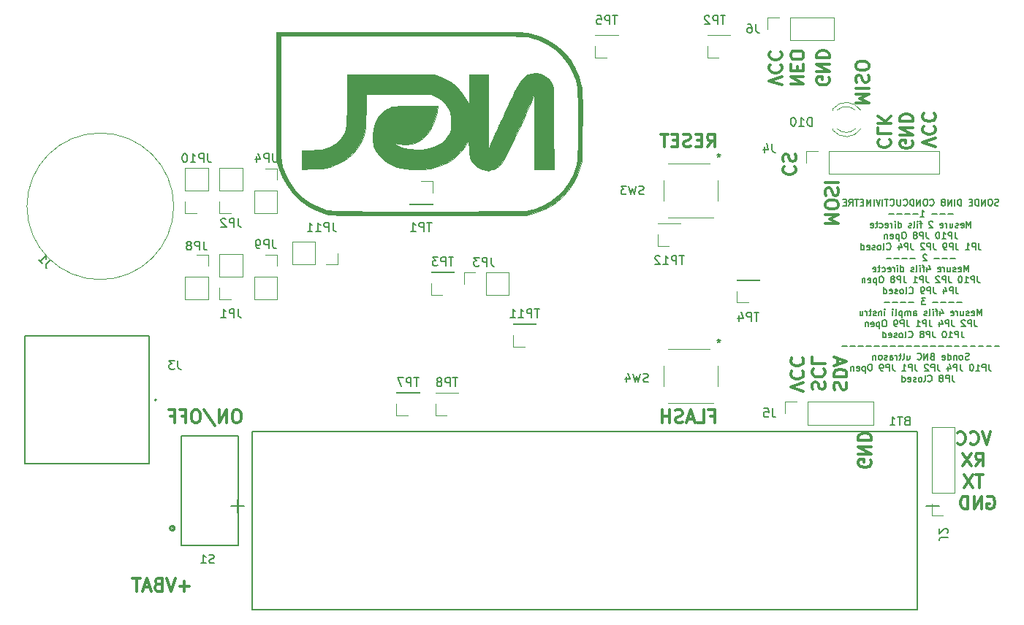
<source format=gbr>
%TF.GenerationSoftware,KiCad,Pcbnew,(5.1.10)-1*%
%TF.CreationDate,2022-05-25T15:21:49+02:00*%
%TF.ProjectId,NGL_Proto_EURO,4e474c5f-5072-46f7-946f-5f4555524f2e,V1*%
%TF.SameCoordinates,Original*%
%TF.FileFunction,Legend,Bot*%
%TF.FilePolarity,Positive*%
%FSLAX46Y46*%
G04 Gerber Fmt 4.6, Leading zero omitted, Abs format (unit mm)*
G04 Created by KiCad (PCBNEW (5.1.10)-1) date 2022-05-25 15:21:49*
%MOMM*%
%LPD*%
G01*
G04 APERTURE LIST*
%ADD10C,0.150000*%
%ADD11C,0.300000*%
%ADD12C,0.010000*%
%ADD13C,0.200000*%
%ADD14C,0.127000*%
%ADD15C,0.120000*%
%ADD16C,0.050000*%
G04 APERTURE END LIST*
D10*
X212900000Y-72453571D02*
X212792857Y-72489285D01*
X212614285Y-72489285D01*
X212542857Y-72453571D01*
X212507142Y-72417857D01*
X212471428Y-72346428D01*
X212471428Y-72275000D01*
X212507142Y-72203571D01*
X212542857Y-72167857D01*
X212614285Y-72132142D01*
X212757142Y-72096428D01*
X212828571Y-72060714D01*
X212864285Y-72025000D01*
X212900000Y-71953571D01*
X212900000Y-71882142D01*
X212864285Y-71810714D01*
X212828571Y-71775000D01*
X212757142Y-71739285D01*
X212578571Y-71739285D01*
X212471428Y-71775000D01*
X212007142Y-71739285D02*
X211864285Y-71739285D01*
X211792857Y-71775000D01*
X211721428Y-71846428D01*
X211685714Y-71989285D01*
X211685714Y-72239285D01*
X211721428Y-72382142D01*
X211792857Y-72453571D01*
X211864285Y-72489285D01*
X212007142Y-72489285D01*
X212078571Y-72453571D01*
X212150000Y-72382142D01*
X212185714Y-72239285D01*
X212185714Y-71989285D01*
X212150000Y-71846428D01*
X212078571Y-71775000D01*
X212007142Y-71739285D01*
X211364285Y-72489285D02*
X211364285Y-71739285D01*
X210935714Y-72489285D01*
X210935714Y-71739285D01*
X210578571Y-72489285D02*
X210578571Y-71739285D01*
X210400000Y-71739285D01*
X210292857Y-71775000D01*
X210221428Y-71846428D01*
X210185714Y-71917857D01*
X210150000Y-72060714D01*
X210150000Y-72167857D01*
X210185714Y-72310714D01*
X210221428Y-72382142D01*
X210292857Y-72453571D01*
X210400000Y-72489285D01*
X210578571Y-72489285D01*
X209828571Y-72096428D02*
X209578571Y-72096428D01*
X209471428Y-72489285D02*
X209828571Y-72489285D01*
X209828571Y-71739285D01*
X209471428Y-71739285D01*
X208578571Y-72489285D02*
X208578571Y-71739285D01*
X208400000Y-71739285D01*
X208292857Y-71775000D01*
X208221428Y-71846428D01*
X208185714Y-71917857D01*
X208150000Y-72060714D01*
X208150000Y-72167857D01*
X208185714Y-72310714D01*
X208221428Y-72382142D01*
X208292857Y-72453571D01*
X208400000Y-72489285D01*
X208578571Y-72489285D01*
X207828571Y-72489285D02*
X207828571Y-71739285D01*
X207471428Y-72489285D02*
X207471428Y-71739285D01*
X207042857Y-72489285D01*
X207042857Y-71739285D01*
X206578571Y-72060714D02*
X206650000Y-72025000D01*
X206685714Y-71989285D01*
X206721428Y-71917857D01*
X206721428Y-71882142D01*
X206685714Y-71810714D01*
X206650000Y-71775000D01*
X206578571Y-71739285D01*
X206435714Y-71739285D01*
X206364285Y-71775000D01*
X206328571Y-71810714D01*
X206292857Y-71882142D01*
X206292857Y-71917857D01*
X206328571Y-71989285D01*
X206364285Y-72025000D01*
X206435714Y-72060714D01*
X206578571Y-72060714D01*
X206650000Y-72096428D01*
X206685714Y-72132142D01*
X206721428Y-72203571D01*
X206721428Y-72346428D01*
X206685714Y-72417857D01*
X206650000Y-72453571D01*
X206578571Y-72489285D01*
X206435714Y-72489285D01*
X206364285Y-72453571D01*
X206328571Y-72417857D01*
X206292857Y-72346428D01*
X206292857Y-72203571D01*
X206328571Y-72132142D01*
X206364285Y-72096428D01*
X206435714Y-72060714D01*
X204971428Y-72417857D02*
X205007142Y-72453571D01*
X205114285Y-72489285D01*
X205185714Y-72489285D01*
X205292857Y-72453571D01*
X205364285Y-72382142D01*
X205400000Y-72310714D01*
X205435714Y-72167857D01*
X205435714Y-72060714D01*
X205400000Y-71917857D01*
X205364285Y-71846428D01*
X205292857Y-71775000D01*
X205185714Y-71739285D01*
X205114285Y-71739285D01*
X205007142Y-71775000D01*
X204971428Y-71810714D01*
X204507142Y-71739285D02*
X204364285Y-71739285D01*
X204292857Y-71775000D01*
X204221428Y-71846428D01*
X204185714Y-71989285D01*
X204185714Y-72239285D01*
X204221428Y-72382142D01*
X204292857Y-72453571D01*
X204364285Y-72489285D01*
X204507142Y-72489285D01*
X204578571Y-72453571D01*
X204650000Y-72382142D01*
X204685714Y-72239285D01*
X204685714Y-71989285D01*
X204650000Y-71846428D01*
X204578571Y-71775000D01*
X204507142Y-71739285D01*
X203864285Y-72489285D02*
X203864285Y-71739285D01*
X203435714Y-72489285D01*
X203435714Y-71739285D01*
X203078571Y-72489285D02*
X203078571Y-71739285D01*
X202900000Y-71739285D01*
X202792857Y-71775000D01*
X202721428Y-71846428D01*
X202685714Y-71917857D01*
X202650000Y-72060714D01*
X202650000Y-72167857D01*
X202685714Y-72310714D01*
X202721428Y-72382142D01*
X202792857Y-72453571D01*
X202900000Y-72489285D01*
X203078571Y-72489285D01*
X201900000Y-72417857D02*
X201935714Y-72453571D01*
X202042857Y-72489285D01*
X202114285Y-72489285D01*
X202221428Y-72453571D01*
X202292857Y-72382142D01*
X202328571Y-72310714D01*
X202364285Y-72167857D01*
X202364285Y-72060714D01*
X202328571Y-71917857D01*
X202292857Y-71846428D01*
X202221428Y-71775000D01*
X202114285Y-71739285D01*
X202042857Y-71739285D01*
X201935714Y-71775000D01*
X201900000Y-71810714D01*
X201578571Y-71739285D02*
X201578571Y-72346428D01*
X201542857Y-72417857D01*
X201507142Y-72453571D01*
X201435714Y-72489285D01*
X201292857Y-72489285D01*
X201221428Y-72453571D01*
X201185714Y-72417857D01*
X201150000Y-72346428D01*
X201150000Y-71739285D01*
X200364285Y-72417857D02*
X200400000Y-72453571D01*
X200507142Y-72489285D01*
X200578571Y-72489285D01*
X200685714Y-72453571D01*
X200757142Y-72382142D01*
X200792857Y-72310714D01*
X200828571Y-72167857D01*
X200828571Y-72060714D01*
X200792857Y-71917857D01*
X200757142Y-71846428D01*
X200685714Y-71775000D01*
X200578571Y-71739285D01*
X200507142Y-71739285D01*
X200400000Y-71775000D01*
X200364285Y-71810714D01*
X200150000Y-71739285D02*
X199721428Y-71739285D01*
X199935714Y-72489285D02*
X199935714Y-71739285D01*
X199471428Y-72489285D02*
X199471428Y-71739285D01*
X199221428Y-71739285D02*
X198971428Y-72489285D01*
X198721428Y-71739285D01*
X198471428Y-72489285D02*
X198471428Y-71739285D01*
X198114285Y-72489285D02*
X198114285Y-71739285D01*
X197864285Y-72275000D01*
X197614285Y-71739285D01*
X197614285Y-72489285D01*
X197257142Y-72096428D02*
X197007142Y-72096428D01*
X196900000Y-72489285D02*
X197257142Y-72489285D01*
X197257142Y-71739285D01*
X196900000Y-71739285D01*
X196685714Y-71739285D02*
X196257142Y-71739285D01*
X196471428Y-72489285D02*
X196471428Y-71739285D01*
X195578571Y-72489285D02*
X195828571Y-72132142D01*
X196007142Y-72489285D02*
X196007142Y-71739285D01*
X195721428Y-71739285D01*
X195650000Y-71775000D01*
X195614285Y-71810714D01*
X195578571Y-71882142D01*
X195578571Y-71989285D01*
X195614285Y-72060714D01*
X195650000Y-72096428D01*
X195721428Y-72132142D01*
X196007142Y-72132142D01*
X195257142Y-72096428D02*
X195007142Y-72096428D01*
X194900000Y-72489285D02*
X195257142Y-72489285D01*
X195257142Y-71739285D01*
X194900000Y-71739285D01*
X207614285Y-73478571D02*
X207042857Y-73478571D01*
X206685714Y-73478571D02*
X206114285Y-73478571D01*
X205757142Y-73478571D02*
X205185714Y-73478571D01*
X203864285Y-73764285D02*
X204292857Y-73764285D01*
X204078571Y-73764285D02*
X204078571Y-73014285D01*
X204150000Y-73121428D01*
X204221428Y-73192857D01*
X204292857Y-73228571D01*
X203542857Y-73478571D02*
X202971428Y-73478571D01*
X202614285Y-73478571D02*
X202042857Y-73478571D01*
X201685714Y-73478571D02*
X201114285Y-73478571D01*
X200757142Y-73478571D02*
X200185714Y-73478571D01*
X209703571Y-75039285D02*
X209703571Y-74289285D01*
X209453571Y-74825000D01*
X209203571Y-74289285D01*
X209203571Y-75039285D01*
X208560714Y-75003571D02*
X208632142Y-75039285D01*
X208775000Y-75039285D01*
X208846428Y-75003571D01*
X208882142Y-74932142D01*
X208882142Y-74646428D01*
X208846428Y-74575000D01*
X208775000Y-74539285D01*
X208632142Y-74539285D01*
X208560714Y-74575000D01*
X208525000Y-74646428D01*
X208525000Y-74717857D01*
X208882142Y-74789285D01*
X208239285Y-75003571D02*
X208167857Y-75039285D01*
X208025000Y-75039285D01*
X207953571Y-75003571D01*
X207917857Y-74932142D01*
X207917857Y-74896428D01*
X207953571Y-74825000D01*
X208025000Y-74789285D01*
X208132142Y-74789285D01*
X208203571Y-74753571D01*
X208239285Y-74682142D01*
X208239285Y-74646428D01*
X208203571Y-74575000D01*
X208132142Y-74539285D01*
X208025000Y-74539285D01*
X207953571Y-74575000D01*
X207275000Y-74539285D02*
X207275000Y-75039285D01*
X207596428Y-74539285D02*
X207596428Y-74932142D01*
X207560714Y-75003571D01*
X207489285Y-75039285D01*
X207382142Y-75039285D01*
X207310714Y-75003571D01*
X207275000Y-74967857D01*
X206917857Y-75039285D02*
X206917857Y-74539285D01*
X206917857Y-74682142D02*
X206882142Y-74610714D01*
X206846428Y-74575000D01*
X206775000Y-74539285D01*
X206703571Y-74539285D01*
X206167857Y-75003571D02*
X206239285Y-75039285D01*
X206382142Y-75039285D01*
X206453571Y-75003571D01*
X206489285Y-74932142D01*
X206489285Y-74646428D01*
X206453571Y-74575000D01*
X206382142Y-74539285D01*
X206239285Y-74539285D01*
X206167857Y-74575000D01*
X206132142Y-74646428D01*
X206132142Y-74717857D01*
X206489285Y-74789285D01*
X205275000Y-74360714D02*
X205239285Y-74325000D01*
X205167857Y-74289285D01*
X204989285Y-74289285D01*
X204917857Y-74325000D01*
X204882142Y-74360714D01*
X204846428Y-74432142D01*
X204846428Y-74503571D01*
X204882142Y-74610714D01*
X205310714Y-75039285D01*
X204846428Y-75039285D01*
X204060714Y-74539285D02*
X203775000Y-74539285D01*
X203953571Y-75039285D02*
X203953571Y-74396428D01*
X203917857Y-74325000D01*
X203846428Y-74289285D01*
X203775000Y-74289285D01*
X203525000Y-75039285D02*
X203525000Y-74539285D01*
X203525000Y-74289285D02*
X203560714Y-74325000D01*
X203525000Y-74360714D01*
X203489285Y-74325000D01*
X203525000Y-74289285D01*
X203525000Y-74360714D01*
X203060714Y-75039285D02*
X203132142Y-75003571D01*
X203167857Y-74932142D01*
X203167857Y-74289285D01*
X202810714Y-75003571D02*
X202739285Y-75039285D01*
X202596428Y-75039285D01*
X202525000Y-75003571D01*
X202489285Y-74932142D01*
X202489285Y-74896428D01*
X202525000Y-74825000D01*
X202596428Y-74789285D01*
X202703571Y-74789285D01*
X202775000Y-74753571D01*
X202810714Y-74682142D01*
X202810714Y-74646428D01*
X202775000Y-74575000D01*
X202703571Y-74539285D01*
X202596428Y-74539285D01*
X202525000Y-74575000D01*
X201275000Y-75039285D02*
X201275000Y-74289285D01*
X201275000Y-75003571D02*
X201346428Y-75039285D01*
X201489285Y-75039285D01*
X201560714Y-75003571D01*
X201596428Y-74967857D01*
X201632142Y-74896428D01*
X201632142Y-74682142D01*
X201596428Y-74610714D01*
X201560714Y-74575000D01*
X201489285Y-74539285D01*
X201346428Y-74539285D01*
X201275000Y-74575000D01*
X200917857Y-75039285D02*
X200917857Y-74539285D01*
X200917857Y-74289285D02*
X200953571Y-74325000D01*
X200917857Y-74360714D01*
X200882142Y-74325000D01*
X200917857Y-74289285D01*
X200917857Y-74360714D01*
X200560714Y-75039285D02*
X200560714Y-74539285D01*
X200560714Y-74682142D02*
X200525000Y-74610714D01*
X200489285Y-74575000D01*
X200417857Y-74539285D01*
X200346428Y-74539285D01*
X199810714Y-75003571D02*
X199882142Y-75039285D01*
X200025000Y-75039285D01*
X200096428Y-75003571D01*
X200132142Y-74932142D01*
X200132142Y-74646428D01*
X200096428Y-74575000D01*
X200025000Y-74539285D01*
X199882142Y-74539285D01*
X199810714Y-74575000D01*
X199775000Y-74646428D01*
X199775000Y-74717857D01*
X200132142Y-74789285D01*
X199132142Y-75003571D02*
X199203571Y-75039285D01*
X199346428Y-75039285D01*
X199417857Y-75003571D01*
X199453571Y-74967857D01*
X199489285Y-74896428D01*
X199489285Y-74682142D01*
X199453571Y-74610714D01*
X199417857Y-74575000D01*
X199346428Y-74539285D01*
X199203571Y-74539285D01*
X199132142Y-74575000D01*
X198917857Y-74539285D02*
X198632142Y-74539285D01*
X198810714Y-74289285D02*
X198810714Y-74932142D01*
X198775000Y-75003571D01*
X198703571Y-75039285D01*
X198632142Y-75039285D01*
X198096428Y-75003571D02*
X198167857Y-75039285D01*
X198310714Y-75039285D01*
X198382142Y-75003571D01*
X198417857Y-74932142D01*
X198417857Y-74646428D01*
X198382142Y-74575000D01*
X198310714Y-74539285D01*
X198167857Y-74539285D01*
X198096428Y-74575000D01*
X198060714Y-74646428D01*
X198060714Y-74717857D01*
X198417857Y-74789285D01*
X207864285Y-75564285D02*
X207864285Y-76100000D01*
X207900000Y-76207142D01*
X207971428Y-76278571D01*
X208078571Y-76314285D01*
X208150000Y-76314285D01*
X207507142Y-76314285D02*
X207507142Y-75564285D01*
X207221428Y-75564285D01*
X207150000Y-75600000D01*
X207114285Y-75635714D01*
X207078571Y-75707142D01*
X207078571Y-75814285D01*
X207114285Y-75885714D01*
X207150000Y-75921428D01*
X207221428Y-75957142D01*
X207507142Y-75957142D01*
X206364285Y-76314285D02*
X206792857Y-76314285D01*
X206578571Y-76314285D02*
X206578571Y-75564285D01*
X206650000Y-75671428D01*
X206721428Y-75742857D01*
X206792857Y-75778571D01*
X205900000Y-75564285D02*
X205828571Y-75564285D01*
X205757142Y-75600000D01*
X205721428Y-75635714D01*
X205685714Y-75707142D01*
X205650000Y-75850000D01*
X205650000Y-76028571D01*
X205685714Y-76171428D01*
X205721428Y-76242857D01*
X205757142Y-76278571D01*
X205828571Y-76314285D01*
X205900000Y-76314285D01*
X205971428Y-76278571D01*
X206007142Y-76242857D01*
X206042857Y-76171428D01*
X206078571Y-76028571D01*
X206078571Y-75850000D01*
X206042857Y-75707142D01*
X206007142Y-75635714D01*
X205971428Y-75600000D01*
X205900000Y-75564285D01*
X204542857Y-75564285D02*
X204542857Y-76100000D01*
X204578571Y-76207142D01*
X204650000Y-76278571D01*
X204757142Y-76314285D01*
X204828571Y-76314285D01*
X204185714Y-76314285D02*
X204185714Y-75564285D01*
X203900000Y-75564285D01*
X203828571Y-75600000D01*
X203792857Y-75635714D01*
X203757142Y-75707142D01*
X203757142Y-75814285D01*
X203792857Y-75885714D01*
X203828571Y-75921428D01*
X203900000Y-75957142D01*
X204185714Y-75957142D01*
X203328571Y-75885714D02*
X203400000Y-75850000D01*
X203435714Y-75814285D01*
X203471428Y-75742857D01*
X203471428Y-75707142D01*
X203435714Y-75635714D01*
X203400000Y-75600000D01*
X203328571Y-75564285D01*
X203185714Y-75564285D01*
X203114285Y-75600000D01*
X203078571Y-75635714D01*
X203042857Y-75707142D01*
X203042857Y-75742857D01*
X203078571Y-75814285D01*
X203114285Y-75850000D01*
X203185714Y-75885714D01*
X203328571Y-75885714D01*
X203400000Y-75921428D01*
X203435714Y-75957142D01*
X203471428Y-76028571D01*
X203471428Y-76171428D01*
X203435714Y-76242857D01*
X203400000Y-76278571D01*
X203328571Y-76314285D01*
X203185714Y-76314285D01*
X203114285Y-76278571D01*
X203078571Y-76242857D01*
X203042857Y-76171428D01*
X203042857Y-76028571D01*
X203078571Y-75957142D01*
X203114285Y-75921428D01*
X203185714Y-75885714D01*
X202007142Y-75564285D02*
X201864285Y-75564285D01*
X201792857Y-75600000D01*
X201721428Y-75671428D01*
X201685714Y-75814285D01*
X201685714Y-76064285D01*
X201721428Y-76207142D01*
X201792857Y-76278571D01*
X201864285Y-76314285D01*
X202007142Y-76314285D01*
X202078571Y-76278571D01*
X202150000Y-76207142D01*
X202185714Y-76064285D01*
X202185714Y-75814285D01*
X202150000Y-75671428D01*
X202078571Y-75600000D01*
X202007142Y-75564285D01*
X201364285Y-75814285D02*
X201364285Y-76564285D01*
X201364285Y-75850000D02*
X201292857Y-75814285D01*
X201150000Y-75814285D01*
X201078571Y-75850000D01*
X201042857Y-75885714D01*
X201007142Y-75957142D01*
X201007142Y-76171428D01*
X201042857Y-76242857D01*
X201078571Y-76278571D01*
X201150000Y-76314285D01*
X201292857Y-76314285D01*
X201364285Y-76278571D01*
X200400000Y-76278571D02*
X200471428Y-76314285D01*
X200614285Y-76314285D01*
X200685714Y-76278571D01*
X200721428Y-76207142D01*
X200721428Y-75921428D01*
X200685714Y-75850000D01*
X200614285Y-75814285D01*
X200471428Y-75814285D01*
X200400000Y-75850000D01*
X200364285Y-75921428D01*
X200364285Y-75992857D01*
X200721428Y-76064285D01*
X200042857Y-75814285D02*
X200042857Y-76314285D01*
X200042857Y-75885714D02*
X200007142Y-75850000D01*
X199935714Y-75814285D01*
X199828571Y-75814285D01*
X199757142Y-75850000D01*
X199721428Y-75921428D01*
X199721428Y-76314285D01*
X210596428Y-76839285D02*
X210596428Y-77375000D01*
X210632142Y-77482142D01*
X210703571Y-77553571D01*
X210810714Y-77589285D01*
X210882142Y-77589285D01*
X210239285Y-77589285D02*
X210239285Y-76839285D01*
X209953571Y-76839285D01*
X209882142Y-76875000D01*
X209846428Y-76910714D01*
X209810714Y-76982142D01*
X209810714Y-77089285D01*
X209846428Y-77160714D01*
X209882142Y-77196428D01*
X209953571Y-77232142D01*
X210239285Y-77232142D01*
X209096428Y-77589285D02*
X209525000Y-77589285D01*
X209310714Y-77589285D02*
X209310714Y-76839285D01*
X209382142Y-76946428D01*
X209453571Y-77017857D01*
X209525000Y-77053571D01*
X207989285Y-76839285D02*
X207989285Y-77375000D01*
X208025000Y-77482142D01*
X208096428Y-77553571D01*
X208203571Y-77589285D01*
X208275000Y-77589285D01*
X207632142Y-77589285D02*
X207632142Y-76839285D01*
X207346428Y-76839285D01*
X207275000Y-76875000D01*
X207239285Y-76910714D01*
X207203571Y-76982142D01*
X207203571Y-77089285D01*
X207239285Y-77160714D01*
X207275000Y-77196428D01*
X207346428Y-77232142D01*
X207632142Y-77232142D01*
X206846428Y-77589285D02*
X206703571Y-77589285D01*
X206632142Y-77553571D01*
X206596428Y-77517857D01*
X206525000Y-77410714D01*
X206489285Y-77267857D01*
X206489285Y-76982142D01*
X206525000Y-76910714D01*
X206560714Y-76875000D01*
X206632142Y-76839285D01*
X206775000Y-76839285D01*
X206846428Y-76875000D01*
X206882142Y-76910714D01*
X206917857Y-76982142D01*
X206917857Y-77160714D01*
X206882142Y-77232142D01*
X206846428Y-77267857D01*
X206775000Y-77303571D01*
X206632142Y-77303571D01*
X206560714Y-77267857D01*
X206525000Y-77232142D01*
X206489285Y-77160714D01*
X205382142Y-76839285D02*
X205382142Y-77375000D01*
X205417857Y-77482142D01*
X205489285Y-77553571D01*
X205596428Y-77589285D01*
X205667857Y-77589285D01*
X205025000Y-77589285D02*
X205025000Y-76839285D01*
X204739285Y-76839285D01*
X204667857Y-76875000D01*
X204632142Y-76910714D01*
X204596428Y-76982142D01*
X204596428Y-77089285D01*
X204632142Y-77160714D01*
X204667857Y-77196428D01*
X204739285Y-77232142D01*
X205025000Y-77232142D01*
X204310714Y-76910714D02*
X204275000Y-76875000D01*
X204203571Y-76839285D01*
X204025000Y-76839285D01*
X203953571Y-76875000D01*
X203917857Y-76910714D01*
X203882142Y-76982142D01*
X203882142Y-77053571D01*
X203917857Y-77160714D01*
X204346428Y-77589285D01*
X203882142Y-77589285D01*
X202775000Y-76839285D02*
X202775000Y-77375000D01*
X202810714Y-77482142D01*
X202882142Y-77553571D01*
X202989285Y-77589285D01*
X203060714Y-77589285D01*
X202417857Y-77589285D02*
X202417857Y-76839285D01*
X202132142Y-76839285D01*
X202060714Y-76875000D01*
X202025000Y-76910714D01*
X201989285Y-76982142D01*
X201989285Y-77089285D01*
X202025000Y-77160714D01*
X202060714Y-77196428D01*
X202132142Y-77232142D01*
X202417857Y-77232142D01*
X201346428Y-77089285D02*
X201346428Y-77589285D01*
X201525000Y-76803571D02*
X201703571Y-77339285D01*
X201239285Y-77339285D01*
X199953571Y-77517857D02*
X199989285Y-77553571D01*
X200096428Y-77589285D01*
X200167857Y-77589285D01*
X200275000Y-77553571D01*
X200346428Y-77482142D01*
X200382142Y-77410714D01*
X200417857Y-77267857D01*
X200417857Y-77160714D01*
X200382142Y-77017857D01*
X200346428Y-76946428D01*
X200275000Y-76875000D01*
X200167857Y-76839285D01*
X200096428Y-76839285D01*
X199989285Y-76875000D01*
X199953571Y-76910714D01*
X199525000Y-77589285D02*
X199596428Y-77553571D01*
X199632142Y-77482142D01*
X199632142Y-76839285D01*
X199132142Y-77589285D02*
X199203571Y-77553571D01*
X199239285Y-77517857D01*
X199275000Y-77446428D01*
X199275000Y-77232142D01*
X199239285Y-77160714D01*
X199203571Y-77125000D01*
X199132142Y-77089285D01*
X199025000Y-77089285D01*
X198953571Y-77125000D01*
X198917857Y-77160714D01*
X198882142Y-77232142D01*
X198882142Y-77446428D01*
X198917857Y-77517857D01*
X198953571Y-77553571D01*
X199025000Y-77589285D01*
X199132142Y-77589285D01*
X198596428Y-77553571D02*
X198525000Y-77589285D01*
X198382142Y-77589285D01*
X198310714Y-77553571D01*
X198275000Y-77482142D01*
X198275000Y-77446428D01*
X198310714Y-77375000D01*
X198382142Y-77339285D01*
X198489285Y-77339285D01*
X198560714Y-77303571D01*
X198596428Y-77232142D01*
X198596428Y-77196428D01*
X198560714Y-77125000D01*
X198489285Y-77089285D01*
X198382142Y-77089285D01*
X198310714Y-77125000D01*
X197667857Y-77553571D02*
X197739285Y-77589285D01*
X197882142Y-77589285D01*
X197953571Y-77553571D01*
X197989285Y-77482142D01*
X197989285Y-77196428D01*
X197953571Y-77125000D01*
X197882142Y-77089285D01*
X197739285Y-77089285D01*
X197667857Y-77125000D01*
X197632142Y-77196428D01*
X197632142Y-77267857D01*
X197989285Y-77339285D01*
X196989285Y-77589285D02*
X196989285Y-76839285D01*
X196989285Y-77553571D02*
X197060714Y-77589285D01*
X197203571Y-77589285D01*
X197275000Y-77553571D01*
X197310714Y-77517857D01*
X197346428Y-77446428D01*
X197346428Y-77232142D01*
X197310714Y-77160714D01*
X197275000Y-77125000D01*
X197203571Y-77089285D01*
X197060714Y-77089285D01*
X196989285Y-77125000D01*
X207900000Y-78578571D02*
X207328571Y-78578571D01*
X206971428Y-78578571D02*
X206400000Y-78578571D01*
X206042857Y-78578571D02*
X205471428Y-78578571D01*
X204578571Y-78185714D02*
X204542857Y-78150000D01*
X204471428Y-78114285D01*
X204292857Y-78114285D01*
X204221428Y-78150000D01*
X204185714Y-78185714D01*
X204150000Y-78257142D01*
X204150000Y-78328571D01*
X204185714Y-78435714D01*
X204614285Y-78864285D01*
X204150000Y-78864285D01*
X203257142Y-78578571D02*
X202685714Y-78578571D01*
X202328571Y-78578571D02*
X201757142Y-78578571D01*
X201400000Y-78578571D02*
X200828571Y-78578571D01*
X200471428Y-78578571D02*
X199900000Y-78578571D01*
X209417857Y-80139285D02*
X209417857Y-79389285D01*
X209167857Y-79925000D01*
X208917857Y-79389285D01*
X208917857Y-80139285D01*
X208275000Y-80103571D02*
X208346428Y-80139285D01*
X208489285Y-80139285D01*
X208560714Y-80103571D01*
X208596428Y-80032142D01*
X208596428Y-79746428D01*
X208560714Y-79675000D01*
X208489285Y-79639285D01*
X208346428Y-79639285D01*
X208275000Y-79675000D01*
X208239285Y-79746428D01*
X208239285Y-79817857D01*
X208596428Y-79889285D01*
X207953571Y-80103571D02*
X207882142Y-80139285D01*
X207739285Y-80139285D01*
X207667857Y-80103571D01*
X207632142Y-80032142D01*
X207632142Y-79996428D01*
X207667857Y-79925000D01*
X207739285Y-79889285D01*
X207846428Y-79889285D01*
X207917857Y-79853571D01*
X207953571Y-79782142D01*
X207953571Y-79746428D01*
X207917857Y-79675000D01*
X207846428Y-79639285D01*
X207739285Y-79639285D01*
X207667857Y-79675000D01*
X206989285Y-79639285D02*
X206989285Y-80139285D01*
X207310714Y-79639285D02*
X207310714Y-80032142D01*
X207275000Y-80103571D01*
X207203571Y-80139285D01*
X207096428Y-80139285D01*
X207025000Y-80103571D01*
X206989285Y-80067857D01*
X206632142Y-80139285D02*
X206632142Y-79639285D01*
X206632142Y-79782142D02*
X206596428Y-79710714D01*
X206560714Y-79675000D01*
X206489285Y-79639285D01*
X206417857Y-79639285D01*
X205882142Y-80103571D02*
X205953571Y-80139285D01*
X206096428Y-80139285D01*
X206167857Y-80103571D01*
X206203571Y-80032142D01*
X206203571Y-79746428D01*
X206167857Y-79675000D01*
X206096428Y-79639285D01*
X205953571Y-79639285D01*
X205882142Y-79675000D01*
X205846428Y-79746428D01*
X205846428Y-79817857D01*
X206203571Y-79889285D01*
X204632142Y-79639285D02*
X204632142Y-80139285D01*
X204810714Y-79353571D02*
X204989285Y-79889285D01*
X204525000Y-79889285D01*
X204346428Y-79639285D02*
X204060714Y-79639285D01*
X204239285Y-80139285D02*
X204239285Y-79496428D01*
X204203571Y-79425000D01*
X204132142Y-79389285D01*
X204060714Y-79389285D01*
X203810714Y-80139285D02*
X203810714Y-79639285D01*
X203810714Y-79389285D02*
X203846428Y-79425000D01*
X203810714Y-79460714D01*
X203775000Y-79425000D01*
X203810714Y-79389285D01*
X203810714Y-79460714D01*
X203346428Y-80139285D02*
X203417857Y-80103571D01*
X203453571Y-80032142D01*
X203453571Y-79389285D01*
X203096428Y-80103571D02*
X203025000Y-80139285D01*
X202882142Y-80139285D01*
X202810714Y-80103571D01*
X202775000Y-80032142D01*
X202775000Y-79996428D01*
X202810714Y-79925000D01*
X202882142Y-79889285D01*
X202989285Y-79889285D01*
X203060714Y-79853571D01*
X203096428Y-79782142D01*
X203096428Y-79746428D01*
X203060714Y-79675000D01*
X202989285Y-79639285D01*
X202882142Y-79639285D01*
X202810714Y-79675000D01*
X201560714Y-80139285D02*
X201560714Y-79389285D01*
X201560714Y-80103571D02*
X201632142Y-80139285D01*
X201775000Y-80139285D01*
X201846428Y-80103571D01*
X201882142Y-80067857D01*
X201917857Y-79996428D01*
X201917857Y-79782142D01*
X201882142Y-79710714D01*
X201846428Y-79675000D01*
X201775000Y-79639285D01*
X201632142Y-79639285D01*
X201560714Y-79675000D01*
X201203571Y-80139285D02*
X201203571Y-79639285D01*
X201203571Y-79389285D02*
X201239285Y-79425000D01*
X201203571Y-79460714D01*
X201167857Y-79425000D01*
X201203571Y-79389285D01*
X201203571Y-79460714D01*
X200846428Y-80139285D02*
X200846428Y-79639285D01*
X200846428Y-79782142D02*
X200810714Y-79710714D01*
X200775000Y-79675000D01*
X200703571Y-79639285D01*
X200632142Y-79639285D01*
X200096428Y-80103571D02*
X200167857Y-80139285D01*
X200310714Y-80139285D01*
X200382142Y-80103571D01*
X200417857Y-80032142D01*
X200417857Y-79746428D01*
X200382142Y-79675000D01*
X200310714Y-79639285D01*
X200167857Y-79639285D01*
X200096428Y-79675000D01*
X200060714Y-79746428D01*
X200060714Y-79817857D01*
X200417857Y-79889285D01*
X199417857Y-80103571D02*
X199489285Y-80139285D01*
X199632142Y-80139285D01*
X199703571Y-80103571D01*
X199739285Y-80067857D01*
X199775000Y-79996428D01*
X199775000Y-79782142D01*
X199739285Y-79710714D01*
X199703571Y-79675000D01*
X199632142Y-79639285D01*
X199489285Y-79639285D01*
X199417857Y-79675000D01*
X199203571Y-79639285D02*
X198917857Y-79639285D01*
X199096428Y-79389285D02*
X199096428Y-80032142D01*
X199060714Y-80103571D01*
X198989285Y-80139285D01*
X198917857Y-80139285D01*
X198382142Y-80103571D02*
X198453571Y-80139285D01*
X198596428Y-80139285D01*
X198667857Y-80103571D01*
X198703571Y-80032142D01*
X198703571Y-79746428D01*
X198667857Y-79675000D01*
X198596428Y-79639285D01*
X198453571Y-79639285D01*
X198382142Y-79675000D01*
X198346428Y-79746428D01*
X198346428Y-79817857D01*
X198703571Y-79889285D01*
X210471428Y-80664285D02*
X210471428Y-81200000D01*
X210507142Y-81307142D01*
X210578571Y-81378571D01*
X210685714Y-81414285D01*
X210757142Y-81414285D01*
X210114285Y-81414285D02*
X210114285Y-80664285D01*
X209828571Y-80664285D01*
X209757142Y-80700000D01*
X209721428Y-80735714D01*
X209685714Y-80807142D01*
X209685714Y-80914285D01*
X209721428Y-80985714D01*
X209757142Y-81021428D01*
X209828571Y-81057142D01*
X210114285Y-81057142D01*
X208971428Y-81414285D02*
X209400000Y-81414285D01*
X209185714Y-81414285D02*
X209185714Y-80664285D01*
X209257142Y-80771428D01*
X209328571Y-80842857D01*
X209400000Y-80878571D01*
X208507142Y-80664285D02*
X208435714Y-80664285D01*
X208364285Y-80700000D01*
X208328571Y-80735714D01*
X208292857Y-80807142D01*
X208257142Y-80950000D01*
X208257142Y-81128571D01*
X208292857Y-81271428D01*
X208328571Y-81342857D01*
X208364285Y-81378571D01*
X208435714Y-81414285D01*
X208507142Y-81414285D01*
X208578571Y-81378571D01*
X208614285Y-81342857D01*
X208650000Y-81271428D01*
X208685714Y-81128571D01*
X208685714Y-80950000D01*
X208650000Y-80807142D01*
X208614285Y-80735714D01*
X208578571Y-80700000D01*
X208507142Y-80664285D01*
X207150000Y-80664285D02*
X207150000Y-81200000D01*
X207185714Y-81307142D01*
X207257142Y-81378571D01*
X207364285Y-81414285D01*
X207435714Y-81414285D01*
X206792857Y-81414285D02*
X206792857Y-80664285D01*
X206507142Y-80664285D01*
X206435714Y-80700000D01*
X206400000Y-80735714D01*
X206364285Y-80807142D01*
X206364285Y-80914285D01*
X206400000Y-80985714D01*
X206435714Y-81021428D01*
X206507142Y-81057142D01*
X206792857Y-81057142D01*
X206078571Y-80735714D02*
X206042857Y-80700000D01*
X205971428Y-80664285D01*
X205792857Y-80664285D01*
X205721428Y-80700000D01*
X205685714Y-80735714D01*
X205650000Y-80807142D01*
X205650000Y-80878571D01*
X205685714Y-80985714D01*
X206114285Y-81414285D01*
X205650000Y-81414285D01*
X204542857Y-80664285D02*
X204542857Y-81200000D01*
X204578571Y-81307142D01*
X204650000Y-81378571D01*
X204757142Y-81414285D01*
X204828571Y-81414285D01*
X204185714Y-81414285D02*
X204185714Y-80664285D01*
X203900000Y-80664285D01*
X203828571Y-80700000D01*
X203792857Y-80735714D01*
X203757142Y-80807142D01*
X203757142Y-80914285D01*
X203792857Y-80985714D01*
X203828571Y-81021428D01*
X203900000Y-81057142D01*
X204185714Y-81057142D01*
X203042857Y-81414285D02*
X203471428Y-81414285D01*
X203257142Y-81414285D02*
X203257142Y-80664285D01*
X203328571Y-80771428D01*
X203400000Y-80842857D01*
X203471428Y-80878571D01*
X201935714Y-80664285D02*
X201935714Y-81200000D01*
X201971428Y-81307142D01*
X202042857Y-81378571D01*
X202150000Y-81414285D01*
X202221428Y-81414285D01*
X201578571Y-81414285D02*
X201578571Y-80664285D01*
X201292857Y-80664285D01*
X201221428Y-80700000D01*
X201185714Y-80735714D01*
X201150000Y-80807142D01*
X201150000Y-80914285D01*
X201185714Y-80985714D01*
X201221428Y-81021428D01*
X201292857Y-81057142D01*
X201578571Y-81057142D01*
X200721428Y-80985714D02*
X200792857Y-80950000D01*
X200828571Y-80914285D01*
X200864285Y-80842857D01*
X200864285Y-80807142D01*
X200828571Y-80735714D01*
X200792857Y-80700000D01*
X200721428Y-80664285D01*
X200578571Y-80664285D01*
X200507142Y-80700000D01*
X200471428Y-80735714D01*
X200435714Y-80807142D01*
X200435714Y-80842857D01*
X200471428Y-80914285D01*
X200507142Y-80950000D01*
X200578571Y-80985714D01*
X200721428Y-80985714D01*
X200792857Y-81021428D01*
X200828571Y-81057142D01*
X200864285Y-81128571D01*
X200864285Y-81271428D01*
X200828571Y-81342857D01*
X200792857Y-81378571D01*
X200721428Y-81414285D01*
X200578571Y-81414285D01*
X200507142Y-81378571D01*
X200471428Y-81342857D01*
X200435714Y-81271428D01*
X200435714Y-81128571D01*
X200471428Y-81057142D01*
X200507142Y-81021428D01*
X200578571Y-80985714D01*
X199400000Y-80664285D02*
X199257142Y-80664285D01*
X199185714Y-80700000D01*
X199114285Y-80771428D01*
X199078571Y-80914285D01*
X199078571Y-81164285D01*
X199114285Y-81307142D01*
X199185714Y-81378571D01*
X199257142Y-81414285D01*
X199400000Y-81414285D01*
X199471428Y-81378571D01*
X199542857Y-81307142D01*
X199578571Y-81164285D01*
X199578571Y-80914285D01*
X199542857Y-80771428D01*
X199471428Y-80700000D01*
X199400000Y-80664285D01*
X198757142Y-80914285D02*
X198757142Y-81664285D01*
X198757142Y-80950000D02*
X198685714Y-80914285D01*
X198542857Y-80914285D01*
X198471428Y-80950000D01*
X198435714Y-80985714D01*
X198400000Y-81057142D01*
X198400000Y-81271428D01*
X198435714Y-81342857D01*
X198471428Y-81378571D01*
X198542857Y-81414285D01*
X198685714Y-81414285D01*
X198757142Y-81378571D01*
X197792857Y-81378571D02*
X197864285Y-81414285D01*
X198007142Y-81414285D01*
X198078571Y-81378571D01*
X198114285Y-81307142D01*
X198114285Y-81021428D01*
X198078571Y-80950000D01*
X198007142Y-80914285D01*
X197864285Y-80914285D01*
X197792857Y-80950000D01*
X197757142Y-81021428D01*
X197757142Y-81092857D01*
X198114285Y-81164285D01*
X197435714Y-80914285D02*
X197435714Y-81414285D01*
X197435714Y-80985714D02*
X197400000Y-80950000D01*
X197328571Y-80914285D01*
X197221428Y-80914285D01*
X197150000Y-80950000D01*
X197114285Y-81021428D01*
X197114285Y-81414285D01*
X207989285Y-81939285D02*
X207989285Y-82475000D01*
X208025000Y-82582142D01*
X208096428Y-82653571D01*
X208203571Y-82689285D01*
X208275000Y-82689285D01*
X207632142Y-82689285D02*
X207632142Y-81939285D01*
X207346428Y-81939285D01*
X207275000Y-81975000D01*
X207239285Y-82010714D01*
X207203571Y-82082142D01*
X207203571Y-82189285D01*
X207239285Y-82260714D01*
X207275000Y-82296428D01*
X207346428Y-82332142D01*
X207632142Y-82332142D01*
X206560714Y-82189285D02*
X206560714Y-82689285D01*
X206739285Y-81903571D02*
X206917857Y-82439285D01*
X206453571Y-82439285D01*
X205382142Y-81939285D02*
X205382142Y-82475000D01*
X205417857Y-82582142D01*
X205489285Y-82653571D01*
X205596428Y-82689285D01*
X205667857Y-82689285D01*
X205025000Y-82689285D02*
X205025000Y-81939285D01*
X204739285Y-81939285D01*
X204667857Y-81975000D01*
X204632142Y-82010714D01*
X204596428Y-82082142D01*
X204596428Y-82189285D01*
X204632142Y-82260714D01*
X204667857Y-82296428D01*
X204739285Y-82332142D01*
X205025000Y-82332142D01*
X204239285Y-82689285D02*
X204096428Y-82689285D01*
X204025000Y-82653571D01*
X203989285Y-82617857D01*
X203917857Y-82510714D01*
X203882142Y-82367857D01*
X203882142Y-82082142D01*
X203917857Y-82010714D01*
X203953571Y-81975000D01*
X204025000Y-81939285D01*
X204167857Y-81939285D01*
X204239285Y-81975000D01*
X204275000Y-82010714D01*
X204310714Y-82082142D01*
X204310714Y-82260714D01*
X204275000Y-82332142D01*
X204239285Y-82367857D01*
X204167857Y-82403571D01*
X204025000Y-82403571D01*
X203953571Y-82367857D01*
X203917857Y-82332142D01*
X203882142Y-82260714D01*
X202560714Y-82617857D02*
X202596428Y-82653571D01*
X202703571Y-82689285D01*
X202775000Y-82689285D01*
X202882142Y-82653571D01*
X202953571Y-82582142D01*
X202989285Y-82510714D01*
X203025000Y-82367857D01*
X203025000Y-82260714D01*
X202989285Y-82117857D01*
X202953571Y-82046428D01*
X202882142Y-81975000D01*
X202775000Y-81939285D01*
X202703571Y-81939285D01*
X202596428Y-81975000D01*
X202560714Y-82010714D01*
X202132142Y-82689285D02*
X202203571Y-82653571D01*
X202239285Y-82582142D01*
X202239285Y-81939285D01*
X201739285Y-82689285D02*
X201810714Y-82653571D01*
X201846428Y-82617857D01*
X201882142Y-82546428D01*
X201882142Y-82332142D01*
X201846428Y-82260714D01*
X201810714Y-82225000D01*
X201739285Y-82189285D01*
X201632142Y-82189285D01*
X201560714Y-82225000D01*
X201525000Y-82260714D01*
X201489285Y-82332142D01*
X201489285Y-82546428D01*
X201525000Y-82617857D01*
X201560714Y-82653571D01*
X201632142Y-82689285D01*
X201739285Y-82689285D01*
X201203571Y-82653571D02*
X201132142Y-82689285D01*
X200989285Y-82689285D01*
X200917857Y-82653571D01*
X200882142Y-82582142D01*
X200882142Y-82546428D01*
X200917857Y-82475000D01*
X200989285Y-82439285D01*
X201096428Y-82439285D01*
X201167857Y-82403571D01*
X201203571Y-82332142D01*
X201203571Y-82296428D01*
X201167857Y-82225000D01*
X201096428Y-82189285D01*
X200989285Y-82189285D01*
X200917857Y-82225000D01*
X200275000Y-82653571D02*
X200346428Y-82689285D01*
X200489285Y-82689285D01*
X200560714Y-82653571D01*
X200596428Y-82582142D01*
X200596428Y-82296428D01*
X200560714Y-82225000D01*
X200489285Y-82189285D01*
X200346428Y-82189285D01*
X200275000Y-82225000D01*
X200239285Y-82296428D01*
X200239285Y-82367857D01*
X200596428Y-82439285D01*
X199596428Y-82689285D02*
X199596428Y-81939285D01*
X199596428Y-82653571D02*
X199667857Y-82689285D01*
X199810714Y-82689285D01*
X199882142Y-82653571D01*
X199917857Y-82617857D01*
X199953571Y-82546428D01*
X199953571Y-82332142D01*
X199917857Y-82260714D01*
X199882142Y-82225000D01*
X199810714Y-82189285D01*
X199667857Y-82189285D01*
X199596428Y-82225000D01*
X208650000Y-83678571D02*
X208078571Y-83678571D01*
X207721428Y-83678571D02*
X207150000Y-83678571D01*
X206792857Y-83678571D02*
X206221428Y-83678571D01*
X205864285Y-83678571D02*
X205292857Y-83678571D01*
X204435714Y-83214285D02*
X203971428Y-83214285D01*
X204221428Y-83500000D01*
X204114285Y-83500000D01*
X204042857Y-83535714D01*
X204007142Y-83571428D01*
X203971428Y-83642857D01*
X203971428Y-83821428D01*
X204007142Y-83892857D01*
X204042857Y-83928571D01*
X204114285Y-83964285D01*
X204328571Y-83964285D01*
X204400000Y-83928571D01*
X204435714Y-83892857D01*
X203078571Y-83678571D02*
X202507142Y-83678571D01*
X202150000Y-83678571D02*
X201578571Y-83678571D01*
X201221428Y-83678571D02*
X200650000Y-83678571D01*
X200292857Y-83678571D02*
X199721428Y-83678571D01*
X210935714Y-85239285D02*
X210935714Y-84489285D01*
X210685714Y-85025000D01*
X210435714Y-84489285D01*
X210435714Y-85239285D01*
X209792857Y-85203571D02*
X209864285Y-85239285D01*
X210007142Y-85239285D01*
X210078571Y-85203571D01*
X210114285Y-85132142D01*
X210114285Y-84846428D01*
X210078571Y-84775000D01*
X210007142Y-84739285D01*
X209864285Y-84739285D01*
X209792857Y-84775000D01*
X209757142Y-84846428D01*
X209757142Y-84917857D01*
X210114285Y-84989285D01*
X209471428Y-85203571D02*
X209400000Y-85239285D01*
X209257142Y-85239285D01*
X209185714Y-85203571D01*
X209150000Y-85132142D01*
X209150000Y-85096428D01*
X209185714Y-85025000D01*
X209257142Y-84989285D01*
X209364285Y-84989285D01*
X209435714Y-84953571D01*
X209471428Y-84882142D01*
X209471428Y-84846428D01*
X209435714Y-84775000D01*
X209364285Y-84739285D01*
X209257142Y-84739285D01*
X209185714Y-84775000D01*
X208507142Y-84739285D02*
X208507142Y-85239285D01*
X208828571Y-84739285D02*
X208828571Y-85132142D01*
X208792857Y-85203571D01*
X208721428Y-85239285D01*
X208614285Y-85239285D01*
X208542857Y-85203571D01*
X208507142Y-85167857D01*
X208150000Y-85239285D02*
X208150000Y-84739285D01*
X208150000Y-84882142D02*
X208114285Y-84810714D01*
X208078571Y-84775000D01*
X208007142Y-84739285D01*
X207935714Y-84739285D01*
X207400000Y-85203571D02*
X207471428Y-85239285D01*
X207614285Y-85239285D01*
X207685714Y-85203571D01*
X207721428Y-85132142D01*
X207721428Y-84846428D01*
X207685714Y-84775000D01*
X207614285Y-84739285D01*
X207471428Y-84739285D01*
X207400000Y-84775000D01*
X207364285Y-84846428D01*
X207364285Y-84917857D01*
X207721428Y-84989285D01*
X206150000Y-84739285D02*
X206150000Y-85239285D01*
X206328571Y-84453571D02*
X206507142Y-84989285D01*
X206042857Y-84989285D01*
X205864285Y-84739285D02*
X205578571Y-84739285D01*
X205757142Y-85239285D02*
X205757142Y-84596428D01*
X205721428Y-84525000D01*
X205650000Y-84489285D01*
X205578571Y-84489285D01*
X205328571Y-85239285D02*
X205328571Y-84739285D01*
X205328571Y-84489285D02*
X205364285Y-84525000D01*
X205328571Y-84560714D01*
X205292857Y-84525000D01*
X205328571Y-84489285D01*
X205328571Y-84560714D01*
X204864285Y-85239285D02*
X204935714Y-85203571D01*
X204971428Y-85132142D01*
X204971428Y-84489285D01*
X204614285Y-85203571D02*
X204542857Y-85239285D01*
X204400000Y-85239285D01*
X204328571Y-85203571D01*
X204292857Y-85132142D01*
X204292857Y-85096428D01*
X204328571Y-85025000D01*
X204400000Y-84989285D01*
X204507142Y-84989285D01*
X204578571Y-84953571D01*
X204614285Y-84882142D01*
X204614285Y-84846428D01*
X204578571Y-84775000D01*
X204507142Y-84739285D01*
X204400000Y-84739285D01*
X204328571Y-84775000D01*
X203078571Y-85239285D02*
X203078571Y-84846428D01*
X203114285Y-84775000D01*
X203185714Y-84739285D01*
X203328571Y-84739285D01*
X203400000Y-84775000D01*
X203078571Y-85203571D02*
X203150000Y-85239285D01*
X203328571Y-85239285D01*
X203400000Y-85203571D01*
X203435714Y-85132142D01*
X203435714Y-85060714D01*
X203400000Y-84989285D01*
X203328571Y-84953571D01*
X203150000Y-84953571D01*
X203078571Y-84917857D01*
X202721428Y-85239285D02*
X202721428Y-84739285D01*
X202721428Y-84810714D02*
X202685714Y-84775000D01*
X202614285Y-84739285D01*
X202507142Y-84739285D01*
X202435714Y-84775000D01*
X202400000Y-84846428D01*
X202400000Y-85239285D01*
X202400000Y-84846428D02*
X202364285Y-84775000D01*
X202292857Y-84739285D01*
X202185714Y-84739285D01*
X202114285Y-84775000D01*
X202078571Y-84846428D01*
X202078571Y-85239285D01*
X201721428Y-84739285D02*
X201721428Y-85489285D01*
X201721428Y-84775000D02*
X201650000Y-84739285D01*
X201507142Y-84739285D01*
X201435714Y-84775000D01*
X201400000Y-84810714D01*
X201364285Y-84882142D01*
X201364285Y-85096428D01*
X201400000Y-85167857D01*
X201435714Y-85203571D01*
X201507142Y-85239285D01*
X201650000Y-85239285D01*
X201721428Y-85203571D01*
X200935714Y-85239285D02*
X201007142Y-85203571D01*
X201042857Y-85132142D01*
X201042857Y-84489285D01*
X200650000Y-85239285D02*
X200650000Y-84739285D01*
X200650000Y-84489285D02*
X200685714Y-84525000D01*
X200650000Y-84560714D01*
X200614285Y-84525000D01*
X200650000Y-84489285D01*
X200650000Y-84560714D01*
X199721428Y-85239285D02*
X199721428Y-84739285D01*
X199721428Y-84489285D02*
X199757142Y-84525000D01*
X199721428Y-84560714D01*
X199685714Y-84525000D01*
X199721428Y-84489285D01*
X199721428Y-84560714D01*
X199364285Y-84739285D02*
X199364285Y-85239285D01*
X199364285Y-84810714D02*
X199328571Y-84775000D01*
X199257142Y-84739285D01*
X199150000Y-84739285D01*
X199078571Y-84775000D01*
X199042857Y-84846428D01*
X199042857Y-85239285D01*
X198721428Y-85203571D02*
X198650000Y-85239285D01*
X198507142Y-85239285D01*
X198435714Y-85203571D01*
X198400000Y-85132142D01*
X198400000Y-85096428D01*
X198435714Y-85025000D01*
X198507142Y-84989285D01*
X198614285Y-84989285D01*
X198685714Y-84953571D01*
X198721428Y-84882142D01*
X198721428Y-84846428D01*
X198685714Y-84775000D01*
X198614285Y-84739285D01*
X198507142Y-84739285D01*
X198435714Y-84775000D01*
X198185714Y-84739285D02*
X197900000Y-84739285D01*
X198078571Y-84489285D02*
X198078571Y-85132142D01*
X198042857Y-85203571D01*
X197971428Y-85239285D01*
X197900000Y-85239285D01*
X197650000Y-85239285D02*
X197650000Y-84739285D01*
X197650000Y-84882142D02*
X197614285Y-84810714D01*
X197578571Y-84775000D01*
X197507142Y-84739285D01*
X197435714Y-84739285D01*
X196864285Y-84739285D02*
X196864285Y-85239285D01*
X197185714Y-84739285D02*
X197185714Y-85132142D01*
X197150000Y-85203571D01*
X197078571Y-85239285D01*
X196971428Y-85239285D01*
X196900000Y-85203571D01*
X196864285Y-85167857D01*
X210114285Y-85764285D02*
X210114285Y-86300000D01*
X210150000Y-86407142D01*
X210221428Y-86478571D01*
X210328571Y-86514285D01*
X210400000Y-86514285D01*
X209757142Y-86514285D02*
X209757142Y-85764285D01*
X209471428Y-85764285D01*
X209400000Y-85800000D01*
X209364285Y-85835714D01*
X209328571Y-85907142D01*
X209328571Y-86014285D01*
X209364285Y-86085714D01*
X209400000Y-86121428D01*
X209471428Y-86157142D01*
X209757142Y-86157142D01*
X209042857Y-85835714D02*
X209007142Y-85800000D01*
X208935714Y-85764285D01*
X208757142Y-85764285D01*
X208685714Y-85800000D01*
X208650000Y-85835714D01*
X208614285Y-85907142D01*
X208614285Y-85978571D01*
X208650000Y-86085714D01*
X209078571Y-86514285D01*
X208614285Y-86514285D01*
X207507142Y-85764285D02*
X207507142Y-86300000D01*
X207542857Y-86407142D01*
X207614285Y-86478571D01*
X207721428Y-86514285D01*
X207792857Y-86514285D01*
X207150000Y-86514285D02*
X207150000Y-85764285D01*
X206864285Y-85764285D01*
X206792857Y-85800000D01*
X206757142Y-85835714D01*
X206721428Y-85907142D01*
X206721428Y-86014285D01*
X206757142Y-86085714D01*
X206792857Y-86121428D01*
X206864285Y-86157142D01*
X207150000Y-86157142D01*
X206078571Y-86014285D02*
X206078571Y-86514285D01*
X206257142Y-85728571D02*
X206435714Y-86264285D01*
X205971428Y-86264285D01*
X204900000Y-85764285D02*
X204900000Y-86300000D01*
X204935714Y-86407142D01*
X205007142Y-86478571D01*
X205114285Y-86514285D01*
X205185714Y-86514285D01*
X204542857Y-86514285D02*
X204542857Y-85764285D01*
X204257142Y-85764285D01*
X204185714Y-85800000D01*
X204150000Y-85835714D01*
X204114285Y-85907142D01*
X204114285Y-86014285D01*
X204150000Y-86085714D01*
X204185714Y-86121428D01*
X204257142Y-86157142D01*
X204542857Y-86157142D01*
X203400000Y-86514285D02*
X203828571Y-86514285D01*
X203614285Y-86514285D02*
X203614285Y-85764285D01*
X203685714Y-85871428D01*
X203757142Y-85942857D01*
X203828571Y-85978571D01*
X202292857Y-85764285D02*
X202292857Y-86300000D01*
X202328571Y-86407142D01*
X202400000Y-86478571D01*
X202507142Y-86514285D01*
X202578571Y-86514285D01*
X201935714Y-86514285D02*
X201935714Y-85764285D01*
X201650000Y-85764285D01*
X201578571Y-85800000D01*
X201542857Y-85835714D01*
X201507142Y-85907142D01*
X201507142Y-86014285D01*
X201542857Y-86085714D01*
X201578571Y-86121428D01*
X201650000Y-86157142D01*
X201935714Y-86157142D01*
X201150000Y-86514285D02*
X201007142Y-86514285D01*
X200935714Y-86478571D01*
X200900000Y-86442857D01*
X200828571Y-86335714D01*
X200792857Y-86192857D01*
X200792857Y-85907142D01*
X200828571Y-85835714D01*
X200864285Y-85800000D01*
X200935714Y-85764285D01*
X201078571Y-85764285D01*
X201150000Y-85800000D01*
X201185714Y-85835714D01*
X201221428Y-85907142D01*
X201221428Y-86085714D01*
X201185714Y-86157142D01*
X201150000Y-86192857D01*
X201078571Y-86228571D01*
X200935714Y-86228571D01*
X200864285Y-86192857D01*
X200828571Y-86157142D01*
X200792857Y-86085714D01*
X199757142Y-85764285D02*
X199614285Y-85764285D01*
X199542857Y-85800000D01*
X199471428Y-85871428D01*
X199435714Y-86014285D01*
X199435714Y-86264285D01*
X199471428Y-86407142D01*
X199542857Y-86478571D01*
X199614285Y-86514285D01*
X199757142Y-86514285D01*
X199828571Y-86478571D01*
X199900000Y-86407142D01*
X199935714Y-86264285D01*
X199935714Y-86014285D01*
X199900000Y-85871428D01*
X199828571Y-85800000D01*
X199757142Y-85764285D01*
X199114285Y-86014285D02*
X199114285Y-86764285D01*
X199114285Y-86050000D02*
X199042857Y-86014285D01*
X198900000Y-86014285D01*
X198828571Y-86050000D01*
X198792857Y-86085714D01*
X198757142Y-86157142D01*
X198757142Y-86371428D01*
X198792857Y-86442857D01*
X198828571Y-86478571D01*
X198900000Y-86514285D01*
X199042857Y-86514285D01*
X199114285Y-86478571D01*
X198150000Y-86478571D02*
X198221428Y-86514285D01*
X198364285Y-86514285D01*
X198435714Y-86478571D01*
X198471428Y-86407142D01*
X198471428Y-86121428D01*
X198435714Y-86050000D01*
X198364285Y-86014285D01*
X198221428Y-86014285D01*
X198150000Y-86050000D01*
X198114285Y-86121428D01*
X198114285Y-86192857D01*
X198471428Y-86264285D01*
X197792857Y-86014285D02*
X197792857Y-86514285D01*
X197792857Y-86085714D02*
X197757142Y-86050000D01*
X197685714Y-86014285D01*
X197578571Y-86014285D01*
X197507142Y-86050000D01*
X197471428Y-86121428D01*
X197471428Y-86514285D01*
X208632142Y-87039285D02*
X208632142Y-87575000D01*
X208667857Y-87682142D01*
X208739285Y-87753571D01*
X208846428Y-87789285D01*
X208917857Y-87789285D01*
X208275000Y-87789285D02*
X208275000Y-87039285D01*
X207989285Y-87039285D01*
X207917857Y-87075000D01*
X207882142Y-87110714D01*
X207846428Y-87182142D01*
X207846428Y-87289285D01*
X207882142Y-87360714D01*
X207917857Y-87396428D01*
X207989285Y-87432142D01*
X208275000Y-87432142D01*
X207132142Y-87789285D02*
X207560714Y-87789285D01*
X207346428Y-87789285D02*
X207346428Y-87039285D01*
X207417857Y-87146428D01*
X207489285Y-87217857D01*
X207560714Y-87253571D01*
X206667857Y-87039285D02*
X206596428Y-87039285D01*
X206525000Y-87075000D01*
X206489285Y-87110714D01*
X206453571Y-87182142D01*
X206417857Y-87325000D01*
X206417857Y-87503571D01*
X206453571Y-87646428D01*
X206489285Y-87717857D01*
X206525000Y-87753571D01*
X206596428Y-87789285D01*
X206667857Y-87789285D01*
X206739285Y-87753571D01*
X206775000Y-87717857D01*
X206810714Y-87646428D01*
X206846428Y-87503571D01*
X206846428Y-87325000D01*
X206810714Y-87182142D01*
X206775000Y-87110714D01*
X206739285Y-87075000D01*
X206667857Y-87039285D01*
X205310714Y-87039285D02*
X205310714Y-87575000D01*
X205346428Y-87682142D01*
X205417857Y-87753571D01*
X205525000Y-87789285D01*
X205596428Y-87789285D01*
X204953571Y-87789285D02*
X204953571Y-87039285D01*
X204667857Y-87039285D01*
X204596428Y-87075000D01*
X204560714Y-87110714D01*
X204525000Y-87182142D01*
X204525000Y-87289285D01*
X204560714Y-87360714D01*
X204596428Y-87396428D01*
X204667857Y-87432142D01*
X204953571Y-87432142D01*
X204096428Y-87360714D02*
X204167857Y-87325000D01*
X204203571Y-87289285D01*
X204239285Y-87217857D01*
X204239285Y-87182142D01*
X204203571Y-87110714D01*
X204167857Y-87075000D01*
X204096428Y-87039285D01*
X203953571Y-87039285D01*
X203882142Y-87075000D01*
X203846428Y-87110714D01*
X203810714Y-87182142D01*
X203810714Y-87217857D01*
X203846428Y-87289285D01*
X203882142Y-87325000D01*
X203953571Y-87360714D01*
X204096428Y-87360714D01*
X204167857Y-87396428D01*
X204203571Y-87432142D01*
X204239285Y-87503571D01*
X204239285Y-87646428D01*
X204203571Y-87717857D01*
X204167857Y-87753571D01*
X204096428Y-87789285D01*
X203953571Y-87789285D01*
X203882142Y-87753571D01*
X203846428Y-87717857D01*
X203810714Y-87646428D01*
X203810714Y-87503571D01*
X203846428Y-87432142D01*
X203882142Y-87396428D01*
X203953571Y-87360714D01*
X202489285Y-87717857D02*
X202525000Y-87753571D01*
X202632142Y-87789285D01*
X202703571Y-87789285D01*
X202810714Y-87753571D01*
X202882142Y-87682142D01*
X202917857Y-87610714D01*
X202953571Y-87467857D01*
X202953571Y-87360714D01*
X202917857Y-87217857D01*
X202882142Y-87146428D01*
X202810714Y-87075000D01*
X202703571Y-87039285D01*
X202632142Y-87039285D01*
X202525000Y-87075000D01*
X202489285Y-87110714D01*
X202060714Y-87789285D02*
X202132142Y-87753571D01*
X202167857Y-87682142D01*
X202167857Y-87039285D01*
X201667857Y-87789285D02*
X201739285Y-87753571D01*
X201775000Y-87717857D01*
X201810714Y-87646428D01*
X201810714Y-87432142D01*
X201775000Y-87360714D01*
X201739285Y-87325000D01*
X201667857Y-87289285D01*
X201560714Y-87289285D01*
X201489285Y-87325000D01*
X201453571Y-87360714D01*
X201417857Y-87432142D01*
X201417857Y-87646428D01*
X201453571Y-87717857D01*
X201489285Y-87753571D01*
X201560714Y-87789285D01*
X201667857Y-87789285D01*
X201132142Y-87753571D02*
X201060714Y-87789285D01*
X200917857Y-87789285D01*
X200846428Y-87753571D01*
X200810714Y-87682142D01*
X200810714Y-87646428D01*
X200846428Y-87575000D01*
X200917857Y-87539285D01*
X201025000Y-87539285D01*
X201096428Y-87503571D01*
X201132142Y-87432142D01*
X201132142Y-87396428D01*
X201096428Y-87325000D01*
X201025000Y-87289285D01*
X200917857Y-87289285D01*
X200846428Y-87325000D01*
X200203571Y-87753571D02*
X200275000Y-87789285D01*
X200417857Y-87789285D01*
X200489285Y-87753571D01*
X200525000Y-87682142D01*
X200525000Y-87396428D01*
X200489285Y-87325000D01*
X200417857Y-87289285D01*
X200275000Y-87289285D01*
X200203571Y-87325000D01*
X200167857Y-87396428D01*
X200167857Y-87467857D01*
X200525000Y-87539285D01*
X199525000Y-87789285D02*
X199525000Y-87039285D01*
X199525000Y-87753571D02*
X199596428Y-87789285D01*
X199739285Y-87789285D01*
X199810714Y-87753571D01*
X199846428Y-87717857D01*
X199882142Y-87646428D01*
X199882142Y-87432142D01*
X199846428Y-87360714D01*
X199810714Y-87325000D01*
X199739285Y-87289285D01*
X199596428Y-87289285D01*
X199525000Y-87325000D01*
X213007142Y-88778571D02*
X212435714Y-88778571D01*
X212078571Y-88778571D02*
X211507142Y-88778571D01*
X211150000Y-88778571D02*
X210578571Y-88778571D01*
X210221428Y-88778571D02*
X209650000Y-88778571D01*
X209292857Y-88778571D02*
X208721428Y-88778571D01*
X208364285Y-88778571D02*
X207792857Y-88778571D01*
X207435714Y-88778571D02*
X206864285Y-88778571D01*
X206507142Y-88778571D02*
X205935714Y-88778571D01*
X205578571Y-88778571D02*
X205007142Y-88778571D01*
X204650000Y-88778571D02*
X204078571Y-88778571D01*
X203721428Y-88778571D02*
X203150000Y-88778571D01*
X202792857Y-88778571D02*
X202221428Y-88778571D01*
X201864285Y-88778571D02*
X201292857Y-88778571D01*
X200935714Y-88778571D02*
X200364285Y-88778571D01*
X200007142Y-88778571D02*
X199435714Y-88778571D01*
X199078571Y-88778571D02*
X198507142Y-88778571D01*
X198150000Y-88778571D02*
X197578571Y-88778571D01*
X197221428Y-88778571D02*
X196650000Y-88778571D01*
X196292857Y-88778571D02*
X195721428Y-88778571D01*
X195364285Y-88778571D02*
X194792857Y-88778571D01*
X209471428Y-90303571D02*
X209364285Y-90339285D01*
X209185714Y-90339285D01*
X209114285Y-90303571D01*
X209078571Y-90267857D01*
X209042857Y-90196428D01*
X209042857Y-90125000D01*
X209078571Y-90053571D01*
X209114285Y-90017857D01*
X209185714Y-89982142D01*
X209328571Y-89946428D01*
X209400000Y-89910714D01*
X209435714Y-89875000D01*
X209471428Y-89803571D01*
X209471428Y-89732142D01*
X209435714Y-89660714D01*
X209400000Y-89625000D01*
X209328571Y-89589285D01*
X209150000Y-89589285D01*
X209042857Y-89625000D01*
X208614285Y-90339285D02*
X208685714Y-90303571D01*
X208721428Y-90267857D01*
X208757142Y-90196428D01*
X208757142Y-89982142D01*
X208721428Y-89910714D01*
X208685714Y-89875000D01*
X208614285Y-89839285D01*
X208507142Y-89839285D01*
X208435714Y-89875000D01*
X208400000Y-89910714D01*
X208364285Y-89982142D01*
X208364285Y-90196428D01*
X208400000Y-90267857D01*
X208435714Y-90303571D01*
X208507142Y-90339285D01*
X208614285Y-90339285D01*
X208042857Y-89839285D02*
X208042857Y-90339285D01*
X208042857Y-89910714D02*
X208007142Y-89875000D01*
X207935714Y-89839285D01*
X207828571Y-89839285D01*
X207757142Y-89875000D01*
X207721428Y-89946428D01*
X207721428Y-90339285D01*
X207042857Y-90339285D02*
X207042857Y-89589285D01*
X207042857Y-90303571D02*
X207114285Y-90339285D01*
X207257142Y-90339285D01*
X207328571Y-90303571D01*
X207364285Y-90267857D01*
X207400000Y-90196428D01*
X207400000Y-89982142D01*
X207364285Y-89910714D01*
X207328571Y-89875000D01*
X207257142Y-89839285D01*
X207114285Y-89839285D01*
X207042857Y-89875000D01*
X206400000Y-90303571D02*
X206471428Y-90339285D01*
X206614285Y-90339285D01*
X206685714Y-90303571D01*
X206721428Y-90232142D01*
X206721428Y-89946428D01*
X206685714Y-89875000D01*
X206614285Y-89839285D01*
X206471428Y-89839285D01*
X206400000Y-89875000D01*
X206364285Y-89946428D01*
X206364285Y-90017857D01*
X206721428Y-90089285D01*
X205221428Y-89946428D02*
X205114285Y-89982142D01*
X205078571Y-90017857D01*
X205042857Y-90089285D01*
X205042857Y-90196428D01*
X205078571Y-90267857D01*
X205114285Y-90303571D01*
X205185714Y-90339285D01*
X205471428Y-90339285D01*
X205471428Y-89589285D01*
X205221428Y-89589285D01*
X205150000Y-89625000D01*
X205114285Y-89660714D01*
X205078571Y-89732142D01*
X205078571Y-89803571D01*
X205114285Y-89875000D01*
X205150000Y-89910714D01*
X205221428Y-89946428D01*
X205471428Y-89946428D01*
X204721428Y-90339285D02*
X204721428Y-89589285D01*
X204292857Y-90339285D01*
X204292857Y-89589285D01*
X203507142Y-90267857D02*
X203542857Y-90303571D01*
X203650000Y-90339285D01*
X203721428Y-90339285D01*
X203828571Y-90303571D01*
X203900000Y-90232142D01*
X203935714Y-90160714D01*
X203971428Y-90017857D01*
X203971428Y-89910714D01*
X203935714Y-89767857D01*
X203900000Y-89696428D01*
X203828571Y-89625000D01*
X203721428Y-89589285D01*
X203650000Y-89589285D01*
X203542857Y-89625000D01*
X203507142Y-89660714D01*
X202292857Y-89839285D02*
X202292857Y-90339285D01*
X202614285Y-89839285D02*
X202614285Y-90232142D01*
X202578571Y-90303571D01*
X202507142Y-90339285D01*
X202400000Y-90339285D01*
X202328571Y-90303571D01*
X202292857Y-90267857D01*
X201828571Y-90339285D02*
X201900000Y-90303571D01*
X201935714Y-90232142D01*
X201935714Y-89589285D01*
X201650000Y-89839285D02*
X201364285Y-89839285D01*
X201542857Y-89589285D02*
X201542857Y-90232142D01*
X201507142Y-90303571D01*
X201435714Y-90339285D01*
X201364285Y-90339285D01*
X201114285Y-90339285D02*
X201114285Y-89839285D01*
X201114285Y-89982142D02*
X201078571Y-89910714D01*
X201042857Y-89875000D01*
X200971428Y-89839285D01*
X200900000Y-89839285D01*
X200328571Y-90339285D02*
X200328571Y-89946428D01*
X200364285Y-89875000D01*
X200435714Y-89839285D01*
X200578571Y-89839285D01*
X200650000Y-89875000D01*
X200328571Y-90303571D02*
X200400000Y-90339285D01*
X200578571Y-90339285D01*
X200650000Y-90303571D01*
X200685714Y-90232142D01*
X200685714Y-90160714D01*
X200650000Y-90089285D01*
X200578571Y-90053571D01*
X200400000Y-90053571D01*
X200328571Y-90017857D01*
X200007142Y-90303571D02*
X199935714Y-90339285D01*
X199792857Y-90339285D01*
X199721428Y-90303571D01*
X199685714Y-90232142D01*
X199685714Y-90196428D01*
X199721428Y-90125000D01*
X199792857Y-90089285D01*
X199900000Y-90089285D01*
X199971428Y-90053571D01*
X200007142Y-89982142D01*
X200007142Y-89946428D01*
X199971428Y-89875000D01*
X199900000Y-89839285D01*
X199792857Y-89839285D01*
X199721428Y-89875000D01*
X199257142Y-90339285D02*
X199328571Y-90303571D01*
X199364285Y-90267857D01*
X199400000Y-90196428D01*
X199400000Y-89982142D01*
X199364285Y-89910714D01*
X199328571Y-89875000D01*
X199257142Y-89839285D01*
X199150000Y-89839285D01*
X199078571Y-89875000D01*
X199042857Y-89910714D01*
X199007142Y-89982142D01*
X199007142Y-90196428D01*
X199042857Y-90267857D01*
X199078571Y-90303571D01*
X199150000Y-90339285D01*
X199257142Y-90339285D01*
X198685714Y-89839285D02*
X198685714Y-90339285D01*
X198685714Y-89910714D02*
X198650000Y-89875000D01*
X198578571Y-89839285D01*
X198471428Y-89839285D01*
X198400000Y-89875000D01*
X198364285Y-89946428D01*
X198364285Y-90339285D01*
X211775000Y-90864285D02*
X211775000Y-91400000D01*
X211810714Y-91507142D01*
X211882142Y-91578571D01*
X211989285Y-91614285D01*
X212060714Y-91614285D01*
X211417857Y-91614285D02*
X211417857Y-90864285D01*
X211132142Y-90864285D01*
X211060714Y-90900000D01*
X211025000Y-90935714D01*
X210989285Y-91007142D01*
X210989285Y-91114285D01*
X211025000Y-91185714D01*
X211060714Y-91221428D01*
X211132142Y-91257142D01*
X211417857Y-91257142D01*
X210275000Y-91614285D02*
X210703571Y-91614285D01*
X210489285Y-91614285D02*
X210489285Y-90864285D01*
X210560714Y-90971428D01*
X210632142Y-91042857D01*
X210703571Y-91078571D01*
X209810714Y-90864285D02*
X209739285Y-90864285D01*
X209667857Y-90900000D01*
X209632142Y-90935714D01*
X209596428Y-91007142D01*
X209560714Y-91150000D01*
X209560714Y-91328571D01*
X209596428Y-91471428D01*
X209632142Y-91542857D01*
X209667857Y-91578571D01*
X209739285Y-91614285D01*
X209810714Y-91614285D01*
X209882142Y-91578571D01*
X209917857Y-91542857D01*
X209953571Y-91471428D01*
X209989285Y-91328571D01*
X209989285Y-91150000D01*
X209953571Y-91007142D01*
X209917857Y-90935714D01*
X209882142Y-90900000D01*
X209810714Y-90864285D01*
X208453571Y-90864285D02*
X208453571Y-91400000D01*
X208489285Y-91507142D01*
X208560714Y-91578571D01*
X208667857Y-91614285D01*
X208739285Y-91614285D01*
X208096428Y-91614285D02*
X208096428Y-90864285D01*
X207810714Y-90864285D01*
X207739285Y-90900000D01*
X207703571Y-90935714D01*
X207667857Y-91007142D01*
X207667857Y-91114285D01*
X207703571Y-91185714D01*
X207739285Y-91221428D01*
X207810714Y-91257142D01*
X208096428Y-91257142D01*
X207025000Y-91114285D02*
X207025000Y-91614285D01*
X207203571Y-90828571D02*
X207382142Y-91364285D01*
X206917857Y-91364285D01*
X205846428Y-90864285D02*
X205846428Y-91400000D01*
X205882142Y-91507142D01*
X205953571Y-91578571D01*
X206060714Y-91614285D01*
X206132142Y-91614285D01*
X205489285Y-91614285D02*
X205489285Y-90864285D01*
X205203571Y-90864285D01*
X205132142Y-90900000D01*
X205096428Y-90935714D01*
X205060714Y-91007142D01*
X205060714Y-91114285D01*
X205096428Y-91185714D01*
X205132142Y-91221428D01*
X205203571Y-91257142D01*
X205489285Y-91257142D01*
X204775000Y-90935714D02*
X204739285Y-90900000D01*
X204667857Y-90864285D01*
X204489285Y-90864285D01*
X204417857Y-90900000D01*
X204382142Y-90935714D01*
X204346428Y-91007142D01*
X204346428Y-91078571D01*
X204382142Y-91185714D01*
X204810714Y-91614285D01*
X204346428Y-91614285D01*
X203239285Y-90864285D02*
X203239285Y-91400000D01*
X203275000Y-91507142D01*
X203346428Y-91578571D01*
X203453571Y-91614285D01*
X203525000Y-91614285D01*
X202882142Y-91614285D02*
X202882142Y-90864285D01*
X202596428Y-90864285D01*
X202525000Y-90900000D01*
X202489285Y-90935714D01*
X202453571Y-91007142D01*
X202453571Y-91114285D01*
X202489285Y-91185714D01*
X202525000Y-91221428D01*
X202596428Y-91257142D01*
X202882142Y-91257142D01*
X201739285Y-91614285D02*
X202167857Y-91614285D01*
X201953571Y-91614285D02*
X201953571Y-90864285D01*
X202025000Y-90971428D01*
X202096428Y-91042857D01*
X202167857Y-91078571D01*
X200632142Y-90864285D02*
X200632142Y-91400000D01*
X200667857Y-91507142D01*
X200739285Y-91578571D01*
X200846428Y-91614285D01*
X200917857Y-91614285D01*
X200275000Y-91614285D02*
X200275000Y-90864285D01*
X199989285Y-90864285D01*
X199917857Y-90900000D01*
X199882142Y-90935714D01*
X199846428Y-91007142D01*
X199846428Y-91114285D01*
X199882142Y-91185714D01*
X199917857Y-91221428D01*
X199989285Y-91257142D01*
X200275000Y-91257142D01*
X199489285Y-91614285D02*
X199346428Y-91614285D01*
X199275000Y-91578571D01*
X199239285Y-91542857D01*
X199167857Y-91435714D01*
X199132142Y-91292857D01*
X199132142Y-91007142D01*
X199167857Y-90935714D01*
X199203571Y-90900000D01*
X199275000Y-90864285D01*
X199417857Y-90864285D01*
X199489285Y-90900000D01*
X199525000Y-90935714D01*
X199560714Y-91007142D01*
X199560714Y-91185714D01*
X199525000Y-91257142D01*
X199489285Y-91292857D01*
X199417857Y-91328571D01*
X199275000Y-91328571D01*
X199203571Y-91292857D01*
X199167857Y-91257142D01*
X199132142Y-91185714D01*
X198096428Y-90864285D02*
X197953571Y-90864285D01*
X197882142Y-90900000D01*
X197810714Y-90971428D01*
X197775000Y-91114285D01*
X197775000Y-91364285D01*
X197810714Y-91507142D01*
X197882142Y-91578571D01*
X197953571Y-91614285D01*
X198096428Y-91614285D01*
X198167857Y-91578571D01*
X198239285Y-91507142D01*
X198275000Y-91364285D01*
X198275000Y-91114285D01*
X198239285Y-90971428D01*
X198167857Y-90900000D01*
X198096428Y-90864285D01*
X197453571Y-91114285D02*
X197453571Y-91864285D01*
X197453571Y-91150000D02*
X197382142Y-91114285D01*
X197239285Y-91114285D01*
X197167857Y-91150000D01*
X197132142Y-91185714D01*
X197096428Y-91257142D01*
X197096428Y-91471428D01*
X197132142Y-91542857D01*
X197167857Y-91578571D01*
X197239285Y-91614285D01*
X197382142Y-91614285D01*
X197453571Y-91578571D01*
X196489285Y-91578571D02*
X196560714Y-91614285D01*
X196703571Y-91614285D01*
X196775000Y-91578571D01*
X196810714Y-91507142D01*
X196810714Y-91221428D01*
X196775000Y-91150000D01*
X196703571Y-91114285D01*
X196560714Y-91114285D01*
X196489285Y-91150000D01*
X196453571Y-91221428D01*
X196453571Y-91292857D01*
X196810714Y-91364285D01*
X196132142Y-91114285D02*
X196132142Y-91614285D01*
X196132142Y-91185714D02*
X196096428Y-91150000D01*
X196025000Y-91114285D01*
X195917857Y-91114285D01*
X195846428Y-91150000D01*
X195810714Y-91221428D01*
X195810714Y-91614285D01*
X207542857Y-92139285D02*
X207542857Y-92675000D01*
X207578571Y-92782142D01*
X207650000Y-92853571D01*
X207757142Y-92889285D01*
X207828571Y-92889285D01*
X207185714Y-92889285D02*
X207185714Y-92139285D01*
X206900000Y-92139285D01*
X206828571Y-92175000D01*
X206792857Y-92210714D01*
X206757142Y-92282142D01*
X206757142Y-92389285D01*
X206792857Y-92460714D01*
X206828571Y-92496428D01*
X206900000Y-92532142D01*
X207185714Y-92532142D01*
X206328571Y-92460714D02*
X206400000Y-92425000D01*
X206435714Y-92389285D01*
X206471428Y-92317857D01*
X206471428Y-92282142D01*
X206435714Y-92210714D01*
X206400000Y-92175000D01*
X206328571Y-92139285D01*
X206185714Y-92139285D01*
X206114285Y-92175000D01*
X206078571Y-92210714D01*
X206042857Y-92282142D01*
X206042857Y-92317857D01*
X206078571Y-92389285D01*
X206114285Y-92425000D01*
X206185714Y-92460714D01*
X206328571Y-92460714D01*
X206400000Y-92496428D01*
X206435714Y-92532142D01*
X206471428Y-92603571D01*
X206471428Y-92746428D01*
X206435714Y-92817857D01*
X206400000Y-92853571D01*
X206328571Y-92889285D01*
X206185714Y-92889285D01*
X206114285Y-92853571D01*
X206078571Y-92817857D01*
X206042857Y-92746428D01*
X206042857Y-92603571D01*
X206078571Y-92532142D01*
X206114285Y-92496428D01*
X206185714Y-92460714D01*
X204721428Y-92817857D02*
X204757142Y-92853571D01*
X204864285Y-92889285D01*
X204935714Y-92889285D01*
X205042857Y-92853571D01*
X205114285Y-92782142D01*
X205150000Y-92710714D01*
X205185714Y-92567857D01*
X205185714Y-92460714D01*
X205150000Y-92317857D01*
X205114285Y-92246428D01*
X205042857Y-92175000D01*
X204935714Y-92139285D01*
X204864285Y-92139285D01*
X204757142Y-92175000D01*
X204721428Y-92210714D01*
X204292857Y-92889285D02*
X204364285Y-92853571D01*
X204400000Y-92782142D01*
X204400000Y-92139285D01*
X203900000Y-92889285D02*
X203971428Y-92853571D01*
X204007142Y-92817857D01*
X204042857Y-92746428D01*
X204042857Y-92532142D01*
X204007142Y-92460714D01*
X203971428Y-92425000D01*
X203900000Y-92389285D01*
X203792857Y-92389285D01*
X203721428Y-92425000D01*
X203685714Y-92460714D01*
X203650000Y-92532142D01*
X203650000Y-92746428D01*
X203685714Y-92817857D01*
X203721428Y-92853571D01*
X203792857Y-92889285D01*
X203900000Y-92889285D01*
X203364285Y-92853571D02*
X203292857Y-92889285D01*
X203150000Y-92889285D01*
X203078571Y-92853571D01*
X203042857Y-92782142D01*
X203042857Y-92746428D01*
X203078571Y-92675000D01*
X203150000Y-92639285D01*
X203257142Y-92639285D01*
X203328571Y-92603571D01*
X203364285Y-92532142D01*
X203364285Y-92496428D01*
X203328571Y-92425000D01*
X203257142Y-92389285D01*
X203150000Y-92389285D01*
X203078571Y-92425000D01*
X202435714Y-92853571D02*
X202507142Y-92889285D01*
X202650000Y-92889285D01*
X202721428Y-92853571D01*
X202757142Y-92782142D01*
X202757142Y-92496428D01*
X202721428Y-92425000D01*
X202650000Y-92389285D01*
X202507142Y-92389285D01*
X202435714Y-92425000D01*
X202400000Y-92496428D01*
X202400000Y-92567857D01*
X202757142Y-92639285D01*
X201757142Y-92889285D02*
X201757142Y-92139285D01*
X201757142Y-92853571D02*
X201828571Y-92889285D01*
X201971428Y-92889285D01*
X202042857Y-92853571D01*
X202078571Y-92817857D01*
X202114285Y-92746428D01*
X202114285Y-92532142D01*
X202078571Y-92460714D01*
X202042857Y-92425000D01*
X201971428Y-92389285D01*
X201828571Y-92389285D01*
X201757142Y-92425000D01*
D11*
X119178571Y-116607142D02*
X118035714Y-116607142D01*
X118607142Y-117178571D02*
X118607142Y-116035714D01*
X117535714Y-115678571D02*
X117035714Y-117178571D01*
X116535714Y-115678571D01*
X115535714Y-116392857D02*
X115321428Y-116464285D01*
X115250000Y-116535714D01*
X115178571Y-116678571D01*
X115178571Y-116892857D01*
X115250000Y-117035714D01*
X115321428Y-117107142D01*
X115464285Y-117178571D01*
X116035714Y-117178571D01*
X116035714Y-115678571D01*
X115535714Y-115678571D01*
X115392857Y-115750000D01*
X115321428Y-115821428D01*
X115250000Y-115964285D01*
X115250000Y-116107142D01*
X115321428Y-116250000D01*
X115392857Y-116321428D01*
X115535714Y-116392857D01*
X116035714Y-116392857D01*
X114607142Y-116750000D02*
X113892857Y-116750000D01*
X114750000Y-117178571D02*
X114250000Y-115678571D01*
X113750000Y-117178571D01*
X113464285Y-115678571D02*
X112607142Y-115678571D01*
X113035714Y-117178571D02*
X113035714Y-115678571D01*
X190321428Y-94000000D02*
X188821428Y-93500000D01*
X190321428Y-93000000D01*
X188964285Y-91642857D02*
X188892857Y-91714285D01*
X188821428Y-91928571D01*
X188821428Y-92071428D01*
X188892857Y-92285714D01*
X189035714Y-92428571D01*
X189178571Y-92500000D01*
X189464285Y-92571428D01*
X189678571Y-92571428D01*
X189964285Y-92500000D01*
X190107142Y-92428571D01*
X190250000Y-92285714D01*
X190321428Y-92071428D01*
X190321428Y-91928571D01*
X190250000Y-91714285D01*
X190178571Y-91642857D01*
X188964285Y-90142857D02*
X188892857Y-90214285D01*
X188821428Y-90428571D01*
X188821428Y-90571428D01*
X188892857Y-90785714D01*
X189035714Y-90928571D01*
X189178571Y-91000000D01*
X189464285Y-91071428D01*
X189678571Y-91071428D01*
X189964285Y-91000000D01*
X190107142Y-90928571D01*
X190250000Y-90785714D01*
X190321428Y-90571428D01*
X190321428Y-90428571D01*
X190250000Y-90214285D01*
X190178571Y-90142857D01*
X193892857Y-93821428D02*
X193821428Y-93607142D01*
X193821428Y-93250000D01*
X193892857Y-93107142D01*
X193964285Y-93035714D01*
X194107142Y-92964285D01*
X194250000Y-92964285D01*
X194392857Y-93035714D01*
X194464285Y-93107142D01*
X194535714Y-93250000D01*
X194607142Y-93535714D01*
X194678571Y-93678571D01*
X194750000Y-93750000D01*
X194892857Y-93821428D01*
X195035714Y-93821428D01*
X195178571Y-93750000D01*
X195250000Y-93678571D01*
X195321428Y-93535714D01*
X195321428Y-93178571D01*
X195250000Y-92964285D01*
X193821428Y-92321428D02*
X195321428Y-92321428D01*
X195321428Y-91964285D01*
X195250000Y-91750000D01*
X195107142Y-91607142D01*
X194964285Y-91535714D01*
X194678571Y-91464285D01*
X194464285Y-91464285D01*
X194178571Y-91535714D01*
X194035714Y-91607142D01*
X193892857Y-91750000D01*
X193821428Y-91964285D01*
X193821428Y-92321428D01*
X194250000Y-90892857D02*
X194250000Y-90178571D01*
X193821428Y-91035714D02*
X195321428Y-90535714D01*
X193821428Y-90035714D01*
X198100000Y-101992857D02*
X198171428Y-102135714D01*
X198171428Y-102350000D01*
X198100000Y-102564285D01*
X197957142Y-102707142D01*
X197814285Y-102778571D01*
X197528571Y-102850000D01*
X197314285Y-102850000D01*
X197028571Y-102778571D01*
X196885714Y-102707142D01*
X196742857Y-102564285D01*
X196671428Y-102350000D01*
X196671428Y-102207142D01*
X196742857Y-101992857D01*
X196814285Y-101921428D01*
X197314285Y-101921428D01*
X197314285Y-102207142D01*
X196671428Y-101278571D02*
X198171428Y-101278571D01*
X196671428Y-100421428D01*
X198171428Y-100421428D01*
X196671428Y-99707142D02*
X198171428Y-99707142D01*
X198171428Y-99350000D01*
X198100000Y-99135714D01*
X197957142Y-98992857D01*
X197814285Y-98921428D01*
X197528571Y-98850000D01*
X197314285Y-98850000D01*
X197028571Y-98921428D01*
X196885714Y-98992857D01*
X196742857Y-99135714D01*
X196671428Y-99350000D01*
X196671428Y-99707142D01*
X191392857Y-93785714D02*
X191321428Y-93571428D01*
X191321428Y-93214285D01*
X191392857Y-93071428D01*
X191464285Y-93000000D01*
X191607142Y-92928571D01*
X191750000Y-92928571D01*
X191892857Y-93000000D01*
X191964285Y-93071428D01*
X192035714Y-93214285D01*
X192107142Y-93500000D01*
X192178571Y-93642857D01*
X192250000Y-93714285D01*
X192392857Y-93785714D01*
X192535714Y-93785714D01*
X192678571Y-93714285D01*
X192750000Y-93642857D01*
X192821428Y-93500000D01*
X192821428Y-93142857D01*
X192750000Y-92928571D01*
X191464285Y-91428571D02*
X191392857Y-91500000D01*
X191321428Y-91714285D01*
X191321428Y-91857142D01*
X191392857Y-92071428D01*
X191535714Y-92214285D01*
X191678571Y-92285714D01*
X191964285Y-92357142D01*
X192178571Y-92357142D01*
X192464285Y-92285714D01*
X192607142Y-92214285D01*
X192750000Y-92071428D01*
X192821428Y-91857142D01*
X192821428Y-91714285D01*
X192750000Y-91500000D01*
X192678571Y-91428571D01*
X191321428Y-90071428D02*
X191321428Y-90785714D01*
X192821428Y-90785714D01*
X212000000Y-98678571D02*
X211500000Y-100178571D01*
X211000000Y-98678571D01*
X209642857Y-100035714D02*
X209714285Y-100107142D01*
X209928571Y-100178571D01*
X210071428Y-100178571D01*
X210285714Y-100107142D01*
X210428571Y-99964285D01*
X210500000Y-99821428D01*
X210571428Y-99535714D01*
X210571428Y-99321428D01*
X210500000Y-99035714D01*
X210428571Y-98892857D01*
X210285714Y-98750000D01*
X210071428Y-98678571D01*
X209928571Y-98678571D01*
X209714285Y-98750000D01*
X209642857Y-98821428D01*
X208142857Y-100035714D02*
X208214285Y-100107142D01*
X208428571Y-100178571D01*
X208571428Y-100178571D01*
X208785714Y-100107142D01*
X208928571Y-99964285D01*
X209000000Y-99821428D01*
X209071428Y-99535714D01*
X209071428Y-99321428D01*
X209000000Y-99035714D01*
X208928571Y-98892857D01*
X208785714Y-98750000D01*
X208571428Y-98678571D01*
X208428571Y-98678571D01*
X208214285Y-98750000D01*
X208142857Y-98821428D01*
X211642857Y-106250000D02*
X211785714Y-106178571D01*
X212000000Y-106178571D01*
X212214285Y-106250000D01*
X212357142Y-106392857D01*
X212428571Y-106535714D01*
X212500000Y-106821428D01*
X212500000Y-107035714D01*
X212428571Y-107321428D01*
X212357142Y-107464285D01*
X212214285Y-107607142D01*
X212000000Y-107678571D01*
X211857142Y-107678571D01*
X211642857Y-107607142D01*
X211571428Y-107535714D01*
X211571428Y-107035714D01*
X211857142Y-107035714D01*
X210928571Y-107678571D02*
X210928571Y-106178571D01*
X210071428Y-107678571D01*
X210071428Y-106178571D01*
X209357142Y-107678571D02*
X209357142Y-106178571D01*
X209000000Y-106178571D01*
X208785714Y-106250000D01*
X208642857Y-106392857D01*
X208571428Y-106535714D01*
X208500000Y-106821428D01*
X208500000Y-107035714D01*
X208571428Y-107321428D01*
X208642857Y-107464285D01*
X208785714Y-107607142D01*
X209000000Y-107678571D01*
X209357142Y-107678571D01*
X211142857Y-103678571D02*
X210285714Y-103678571D01*
X210714285Y-105178571D02*
X210714285Y-103678571D01*
X209928571Y-103678571D02*
X208928571Y-105178571D01*
X208928571Y-103678571D02*
X209928571Y-105178571D01*
X210250000Y-102678571D02*
X210750000Y-101964285D01*
X211107142Y-102678571D02*
X211107142Y-101178571D01*
X210535714Y-101178571D01*
X210392857Y-101250000D01*
X210321428Y-101321428D01*
X210250000Y-101464285D01*
X210250000Y-101678571D01*
X210321428Y-101821428D01*
X210392857Y-101892857D01*
X210535714Y-101964285D01*
X211107142Y-101964285D01*
X209750000Y-101178571D02*
X208750000Y-102678571D01*
X208750000Y-101178571D02*
X209750000Y-102678571D01*
X187821428Y-58500000D02*
X186321428Y-58000000D01*
X187821428Y-57500000D01*
X186464285Y-56142857D02*
X186392857Y-56214285D01*
X186321428Y-56428571D01*
X186321428Y-56571428D01*
X186392857Y-56785714D01*
X186535714Y-56928571D01*
X186678571Y-57000000D01*
X186964285Y-57071428D01*
X187178571Y-57071428D01*
X187464285Y-57000000D01*
X187607142Y-56928571D01*
X187750000Y-56785714D01*
X187821428Y-56571428D01*
X187821428Y-56428571D01*
X187750000Y-56214285D01*
X187678571Y-56142857D01*
X186464285Y-54642857D02*
X186392857Y-54714285D01*
X186321428Y-54928571D01*
X186321428Y-55071428D01*
X186392857Y-55285714D01*
X186535714Y-55428571D01*
X186678571Y-55500000D01*
X186964285Y-55571428D01*
X187178571Y-55571428D01*
X187464285Y-55500000D01*
X187607142Y-55428571D01*
X187750000Y-55285714D01*
X187821428Y-55071428D01*
X187821428Y-54928571D01*
X187750000Y-54714285D01*
X187678571Y-54642857D01*
X193250000Y-57642857D02*
X193321428Y-57785714D01*
X193321428Y-58000000D01*
X193250000Y-58214285D01*
X193107142Y-58357142D01*
X192964285Y-58428571D01*
X192678571Y-58500000D01*
X192464285Y-58500000D01*
X192178571Y-58428571D01*
X192035714Y-58357142D01*
X191892857Y-58214285D01*
X191821428Y-58000000D01*
X191821428Y-57857142D01*
X191892857Y-57642857D01*
X191964285Y-57571428D01*
X192464285Y-57571428D01*
X192464285Y-57857142D01*
X191821428Y-56928571D02*
X193321428Y-56928571D01*
X191821428Y-56071428D01*
X193321428Y-56071428D01*
X191821428Y-55357142D02*
X193321428Y-55357142D01*
X193321428Y-55000000D01*
X193250000Y-54785714D01*
X193107142Y-54642857D01*
X192964285Y-54571428D01*
X192678571Y-54500000D01*
X192464285Y-54500000D01*
X192178571Y-54571428D01*
X192035714Y-54642857D01*
X191892857Y-54785714D01*
X191821428Y-55000000D01*
X191821428Y-55357142D01*
X188821428Y-58392857D02*
X190321428Y-58392857D01*
X188821428Y-57535714D01*
X190321428Y-57535714D01*
X189607142Y-56821428D02*
X189607142Y-56321428D01*
X188821428Y-56107142D02*
X188821428Y-56821428D01*
X190321428Y-56821428D01*
X190321428Y-56107142D01*
X190321428Y-55178571D02*
X190321428Y-54892857D01*
X190250000Y-54750000D01*
X190107142Y-54607142D01*
X189821428Y-54535714D01*
X189321428Y-54535714D01*
X189035714Y-54607142D01*
X188892857Y-54750000D01*
X188821428Y-54892857D01*
X188821428Y-55178571D01*
X188892857Y-55321428D01*
X189035714Y-55464285D01*
X189321428Y-55535714D01*
X189821428Y-55535714D01*
X190107142Y-55464285D01*
X190250000Y-55321428D01*
X190321428Y-55178571D01*
X205621428Y-65650000D02*
X204121428Y-65150000D01*
X205621428Y-64650000D01*
X204264285Y-63292857D02*
X204192857Y-63364285D01*
X204121428Y-63578571D01*
X204121428Y-63721428D01*
X204192857Y-63935714D01*
X204335714Y-64078571D01*
X204478571Y-64150000D01*
X204764285Y-64221428D01*
X204978571Y-64221428D01*
X205264285Y-64150000D01*
X205407142Y-64078571D01*
X205550000Y-63935714D01*
X205621428Y-63721428D01*
X205621428Y-63578571D01*
X205550000Y-63364285D01*
X205478571Y-63292857D01*
X204264285Y-61792857D02*
X204192857Y-61864285D01*
X204121428Y-62078571D01*
X204121428Y-62221428D01*
X204192857Y-62435714D01*
X204335714Y-62578571D01*
X204478571Y-62650000D01*
X204764285Y-62721428D01*
X204978571Y-62721428D01*
X205264285Y-62650000D01*
X205407142Y-62578571D01*
X205550000Y-62435714D01*
X205621428Y-62221428D01*
X205621428Y-62078571D01*
X205550000Y-61864285D01*
X205478571Y-61792857D01*
X202900000Y-64992857D02*
X202971428Y-65135714D01*
X202971428Y-65350000D01*
X202900000Y-65564285D01*
X202757142Y-65707142D01*
X202614285Y-65778571D01*
X202328571Y-65850000D01*
X202114285Y-65850000D01*
X201828571Y-65778571D01*
X201685714Y-65707142D01*
X201542857Y-65564285D01*
X201471428Y-65350000D01*
X201471428Y-65207142D01*
X201542857Y-64992857D01*
X201614285Y-64921428D01*
X202114285Y-64921428D01*
X202114285Y-65207142D01*
X201471428Y-64278571D02*
X202971428Y-64278571D01*
X201471428Y-63421428D01*
X202971428Y-63421428D01*
X201471428Y-62707142D02*
X202971428Y-62707142D01*
X202971428Y-62350000D01*
X202900000Y-62135714D01*
X202757142Y-61992857D01*
X202614285Y-61921428D01*
X202328571Y-61850000D01*
X202114285Y-61850000D01*
X201828571Y-61921428D01*
X201685714Y-61992857D01*
X201542857Y-62135714D01*
X201471428Y-62350000D01*
X201471428Y-62707142D01*
X199064285Y-64792857D02*
X198992857Y-64864285D01*
X198921428Y-65078571D01*
X198921428Y-65221428D01*
X198992857Y-65435714D01*
X199135714Y-65578571D01*
X199278571Y-65650000D01*
X199564285Y-65721428D01*
X199778571Y-65721428D01*
X200064285Y-65650000D01*
X200207142Y-65578571D01*
X200350000Y-65435714D01*
X200421428Y-65221428D01*
X200421428Y-65078571D01*
X200350000Y-64864285D01*
X200278571Y-64792857D01*
X198921428Y-63435714D02*
X198921428Y-64150000D01*
X200421428Y-64150000D01*
X198921428Y-62935714D02*
X200421428Y-62935714D01*
X198921428Y-62078571D02*
X199778571Y-62721428D01*
X200421428Y-62078571D02*
X199564285Y-62935714D01*
X196371428Y-60557142D02*
X197871428Y-60557142D01*
X196800000Y-60057142D01*
X197871428Y-59557142D01*
X196371428Y-59557142D01*
X196371428Y-58842857D02*
X197871428Y-58842857D01*
X196442857Y-58200000D02*
X196371428Y-57985714D01*
X196371428Y-57628571D01*
X196442857Y-57485714D01*
X196514285Y-57414285D01*
X196657142Y-57342857D01*
X196800000Y-57342857D01*
X196942857Y-57414285D01*
X197014285Y-57485714D01*
X197085714Y-57628571D01*
X197157142Y-57914285D01*
X197228571Y-58057142D01*
X197300000Y-58128571D01*
X197442857Y-58200000D01*
X197585714Y-58200000D01*
X197728571Y-58128571D01*
X197800000Y-58057142D01*
X197871428Y-57914285D01*
X197871428Y-57557142D01*
X197800000Y-57342857D01*
X197871428Y-56414285D02*
X197871428Y-56128571D01*
X197800000Y-55985714D01*
X197657142Y-55842857D01*
X197371428Y-55771428D01*
X196871428Y-55771428D01*
X196585714Y-55842857D01*
X196442857Y-55985714D01*
X196371428Y-56128571D01*
X196371428Y-56414285D01*
X196442857Y-56557142D01*
X196585714Y-56700000D01*
X196871428Y-56771428D01*
X197371428Y-56771428D01*
X197657142Y-56700000D01*
X197800000Y-56557142D01*
X197871428Y-56414285D01*
X192871428Y-74507142D02*
X194371428Y-74507142D01*
X193300000Y-74007142D01*
X194371428Y-73507142D01*
X192871428Y-73507142D01*
X194371428Y-72507142D02*
X194371428Y-72221428D01*
X194300000Y-72078571D01*
X194157142Y-71935714D01*
X193871428Y-71864285D01*
X193371428Y-71864285D01*
X193085714Y-71935714D01*
X192942857Y-72078571D01*
X192871428Y-72221428D01*
X192871428Y-72507142D01*
X192942857Y-72650000D01*
X193085714Y-72792857D01*
X193371428Y-72864285D01*
X193871428Y-72864285D01*
X194157142Y-72792857D01*
X194300000Y-72650000D01*
X194371428Y-72507142D01*
X192942857Y-71292857D02*
X192871428Y-71078571D01*
X192871428Y-70721428D01*
X192942857Y-70578571D01*
X193014285Y-70507142D01*
X193157142Y-70435714D01*
X193300000Y-70435714D01*
X193442857Y-70507142D01*
X193514285Y-70578571D01*
X193585714Y-70721428D01*
X193657142Y-71007142D01*
X193728571Y-71150000D01*
X193800000Y-71221428D01*
X193942857Y-71292857D01*
X194085714Y-71292857D01*
X194228571Y-71221428D01*
X194300000Y-71150000D01*
X194371428Y-71007142D01*
X194371428Y-70650000D01*
X194300000Y-70435714D01*
X192871428Y-69792857D02*
X194371428Y-69792857D01*
X188064285Y-67950000D02*
X187992857Y-68021428D01*
X187921428Y-68235714D01*
X187921428Y-68378571D01*
X187992857Y-68592857D01*
X188135714Y-68735714D01*
X188278571Y-68807142D01*
X188564285Y-68878571D01*
X188778571Y-68878571D01*
X189064285Y-68807142D01*
X189207142Y-68735714D01*
X189350000Y-68592857D01*
X189421428Y-68378571D01*
X189421428Y-68235714D01*
X189350000Y-68021428D01*
X189278571Y-67950000D01*
X187992857Y-67378571D02*
X187921428Y-67164285D01*
X187921428Y-66807142D01*
X187992857Y-66664285D01*
X188064285Y-66592857D01*
X188207142Y-66521428D01*
X188350000Y-66521428D01*
X188492857Y-66592857D01*
X188564285Y-66664285D01*
X188635714Y-66807142D01*
X188707142Y-67092857D01*
X188778571Y-67235714D01*
X188850000Y-67307142D01*
X188992857Y-67378571D01*
X189135714Y-67378571D01*
X189278571Y-67307142D01*
X189350000Y-67235714D01*
X189421428Y-67092857D01*
X189421428Y-66735714D01*
X189350000Y-66521428D01*
X179178571Y-65678571D02*
X179678571Y-64964285D01*
X180035714Y-65678571D02*
X180035714Y-64178571D01*
X179464285Y-64178571D01*
X179321428Y-64250000D01*
X179250000Y-64321428D01*
X179178571Y-64464285D01*
X179178571Y-64678571D01*
X179250000Y-64821428D01*
X179321428Y-64892857D01*
X179464285Y-64964285D01*
X180035714Y-64964285D01*
X178535714Y-64892857D02*
X178035714Y-64892857D01*
X177821428Y-65678571D02*
X178535714Y-65678571D01*
X178535714Y-64178571D01*
X177821428Y-64178571D01*
X177250000Y-65607142D02*
X177035714Y-65678571D01*
X176678571Y-65678571D01*
X176535714Y-65607142D01*
X176464285Y-65535714D01*
X176392857Y-65392857D01*
X176392857Y-65250000D01*
X176464285Y-65107142D01*
X176535714Y-65035714D01*
X176678571Y-64964285D01*
X176964285Y-64892857D01*
X177107142Y-64821428D01*
X177178571Y-64750000D01*
X177250000Y-64607142D01*
X177250000Y-64464285D01*
X177178571Y-64321428D01*
X177107142Y-64250000D01*
X176964285Y-64178571D01*
X176607142Y-64178571D01*
X176392857Y-64250000D01*
X175750000Y-64892857D02*
X175250000Y-64892857D01*
X175035714Y-65678571D02*
X175750000Y-65678571D01*
X175750000Y-64178571D01*
X175035714Y-64178571D01*
X174607142Y-64178571D02*
X173750000Y-64178571D01*
X174178571Y-65678571D02*
X174178571Y-64178571D01*
X179535714Y-96892857D02*
X180035714Y-96892857D01*
X180035714Y-97678571D02*
X180035714Y-96178571D01*
X179321428Y-96178571D01*
X178035714Y-97678571D02*
X178750000Y-97678571D01*
X178750000Y-96178571D01*
X177607142Y-97250000D02*
X176892857Y-97250000D01*
X177750000Y-97678571D02*
X177250000Y-96178571D01*
X176750000Y-97678571D01*
X176321428Y-97607142D02*
X176107142Y-97678571D01*
X175750000Y-97678571D01*
X175607142Y-97607142D01*
X175535714Y-97535714D01*
X175464285Y-97392857D01*
X175464285Y-97250000D01*
X175535714Y-97107142D01*
X175607142Y-97035714D01*
X175750000Y-96964285D01*
X176035714Y-96892857D01*
X176178571Y-96821428D01*
X176250000Y-96750000D01*
X176321428Y-96607142D01*
X176321428Y-96464285D01*
X176250000Y-96321428D01*
X176178571Y-96250000D01*
X176035714Y-96178571D01*
X175678571Y-96178571D01*
X175464285Y-96250000D01*
X174821428Y-97678571D02*
X174821428Y-96178571D01*
X174821428Y-96892857D02*
X173964285Y-96892857D01*
X173964285Y-97678571D02*
X173964285Y-96178571D01*
X124785714Y-96178571D02*
X124500000Y-96178571D01*
X124357142Y-96250000D01*
X124214285Y-96392857D01*
X124142857Y-96678571D01*
X124142857Y-97178571D01*
X124214285Y-97464285D01*
X124357142Y-97607142D01*
X124500000Y-97678571D01*
X124785714Y-97678571D01*
X124928571Y-97607142D01*
X125071428Y-97464285D01*
X125142857Y-97178571D01*
X125142857Y-96678571D01*
X125071428Y-96392857D01*
X124928571Y-96250000D01*
X124785714Y-96178571D01*
X123500000Y-97678571D02*
X123500000Y-96178571D01*
X122642857Y-97678571D01*
X122642857Y-96178571D01*
X120857142Y-96107142D02*
X122142857Y-98035714D01*
X120071428Y-96178571D02*
X119785714Y-96178571D01*
X119642857Y-96250000D01*
X119500000Y-96392857D01*
X119428571Y-96678571D01*
X119428571Y-97178571D01*
X119500000Y-97464285D01*
X119642857Y-97607142D01*
X119785714Y-97678571D01*
X120071428Y-97678571D01*
X120214285Y-97607142D01*
X120357142Y-97464285D01*
X120428571Y-97178571D01*
X120428571Y-96678571D01*
X120357142Y-96392857D01*
X120214285Y-96250000D01*
X120071428Y-96178571D01*
X118285714Y-96892857D02*
X118785714Y-96892857D01*
X118785714Y-97678571D02*
X118785714Y-96178571D01*
X118071428Y-96178571D01*
X117000000Y-96892857D02*
X117500000Y-96892857D01*
X117500000Y-97678571D02*
X117500000Y-96178571D01*
X116785714Y-96178571D01*
D12*
%TO.C,G2*%
G36*
X158800285Y-57155690D02*
G01*
X158384545Y-57281290D01*
X158013017Y-57510570D01*
X157669273Y-57858010D01*
X157336882Y-58338089D01*
X156999417Y-58965290D01*
X156867650Y-59242579D01*
X156643603Y-59724785D01*
X156375641Y-60297623D01*
X156092921Y-60898969D01*
X155824603Y-61466703D01*
X155745816Y-61632664D01*
X155542739Y-62061166D01*
X155367731Y-62432921D01*
X155232656Y-62722527D01*
X155149374Y-62904584D01*
X155128000Y-62955608D01*
X155093891Y-63036409D01*
X155000686Y-63240514D01*
X154862069Y-63538330D01*
X154691724Y-63900267D01*
X154666738Y-63953072D01*
X154471361Y-64376908D01*
X154287317Y-64796045D01*
X154136197Y-65160127D01*
X154044384Y-65404427D01*
X153948920Y-65669621D01*
X153867244Y-65866027D01*
X153826399Y-65938490D01*
X153815887Y-65867629D01*
X153806874Y-65642935D01*
X153799482Y-65279899D01*
X153793833Y-64794016D01*
X153790046Y-64200778D01*
X153788245Y-63515680D01*
X153788549Y-62754214D01*
X153791080Y-61931874D01*
X153792586Y-61618994D01*
X153815667Y-57242605D01*
X152693833Y-57242636D01*
X151572000Y-57242666D01*
X151571933Y-59041833D01*
X151571867Y-60841000D01*
X151330222Y-60330214D01*
X150860605Y-59532689D01*
X150254953Y-58828308D01*
X149525102Y-58227712D01*
X148682892Y-57741540D01*
X148236776Y-57549852D01*
X147550333Y-57285000D01*
X142491500Y-57260682D01*
X137432667Y-57236365D01*
X137431662Y-60181682D01*
X137430029Y-61046159D01*
X137424389Y-61760505D01*
X137412658Y-62343914D01*
X137392755Y-62815578D01*
X137362597Y-63194690D01*
X137320102Y-63500442D01*
X137263187Y-63752027D01*
X137189770Y-63968636D01*
X137097769Y-64169463D01*
X136985101Y-64373700D01*
X136974948Y-64391076D01*
X136603241Y-64872031D01*
X136099656Y-65295294D01*
X135497692Y-65639558D01*
X134830850Y-65883517D01*
X134515234Y-65955508D01*
X134210928Y-65995242D01*
X133802029Y-66026427D01*
X133353223Y-66044839D01*
X133099117Y-66048000D01*
X132183333Y-66048000D01*
X132183333Y-67158961D01*
X132183334Y-68269922D01*
X133474500Y-68226818D01*
X134088200Y-68199090D01*
X134573009Y-68158917D01*
X134969192Y-68101554D01*
X135317018Y-68022255D01*
X135393488Y-68000684D01*
X136379477Y-67639221D01*
X137241665Y-67167920D01*
X137976170Y-66591058D01*
X138579112Y-65912914D01*
X139046608Y-65137764D01*
X139374779Y-64269887D01*
X139546476Y-63423333D01*
X139573176Y-63130651D01*
X139596559Y-62709709D01*
X139615086Y-62201568D01*
X139627220Y-61647293D01*
X139631386Y-61155990D01*
X139634000Y-59523647D01*
X143422833Y-59547323D01*
X147211667Y-59571000D01*
X147719667Y-59820229D01*
X148289171Y-60184840D01*
X148794373Y-60673117D01*
X149191101Y-61240596D01*
X149258069Y-61368865D01*
X149365627Y-61602579D01*
X149435238Y-61809195D01*
X149475015Y-62036813D01*
X149493074Y-62333530D01*
X149497529Y-62747444D01*
X149497540Y-62788333D01*
X149493121Y-63219751D01*
X149475539Y-63525932D01*
X149438102Y-63750850D01*
X149374116Y-63938478D01*
X149299184Y-64091525D01*
X148882638Y-64708785D01*
X148355783Y-65202485D01*
X147716224Y-65573812D01*
X146961565Y-65823951D01*
X146089411Y-65954088D01*
X145493797Y-65975041D01*
X144722736Y-65937938D01*
X144068130Y-65832601D01*
X143544494Y-65662337D01*
X143190000Y-65450451D01*
X142978333Y-65276519D01*
X143353698Y-65333659D01*
X144198240Y-65392352D01*
X144965726Y-65300992D01*
X145654040Y-65061376D01*
X146261066Y-64675296D01*
X146784691Y-64144549D01*
X147116091Y-63635000D01*
X142089333Y-63635000D01*
X142047000Y-63677333D01*
X142004667Y-63635000D01*
X142047000Y-63592666D01*
X142089333Y-63635000D01*
X147116091Y-63635000D01*
X147222800Y-63470928D01*
X147573276Y-62656228D01*
X147834007Y-61702244D01*
X147874771Y-61497166D01*
X147989880Y-60883333D01*
X145611107Y-60884338D01*
X144767382Y-60887850D01*
X144071826Y-60900614D01*
X143503341Y-60927140D01*
X143040830Y-60971940D01*
X142663194Y-61039525D01*
X142349335Y-61134406D01*
X142078156Y-61261095D01*
X141828559Y-61424103D01*
X141579445Y-61627941D01*
X141409656Y-61782718D01*
X140990018Y-62288204D01*
X140678997Y-62908699D01*
X140483152Y-63624091D01*
X140409042Y-64414266D01*
X140419012Y-64820333D01*
X140542932Y-65551727D01*
X140814852Y-66210831D01*
X141226958Y-66791660D01*
X141771439Y-67288229D01*
X142440480Y-67694555D01*
X143226270Y-68004652D01*
X144120997Y-68212537D01*
X144968000Y-68304796D01*
X146089639Y-68302376D01*
X147147688Y-68164809D01*
X148130601Y-67897206D01*
X149026830Y-67504678D01*
X149824828Y-66992338D01*
X150513049Y-66365296D01*
X151079945Y-65628662D01*
X151105552Y-65587997D01*
X151282140Y-65293827D01*
X151419189Y-65045061D01*
X151494275Y-64883160D01*
X151501670Y-64855560D01*
X151510928Y-64888042D01*
X151526020Y-65062334D01*
X151544977Y-65351090D01*
X151565831Y-65726966D01*
X151569244Y-65794000D01*
X151609909Y-66364450D01*
X151675603Y-66802654D01*
X151779787Y-67145302D01*
X151935921Y-67429086D01*
X152157466Y-67690696D01*
X152322824Y-67848163D01*
X152666542Y-68086660D01*
X153089943Y-68278200D01*
X153519340Y-68393887D01*
X153767534Y-68414706D01*
X153972974Y-68381667D01*
X154251604Y-68302053D01*
X154402246Y-68247831D01*
X154740929Y-68085953D01*
X155035430Y-67871261D01*
X155306337Y-67579537D01*
X155574235Y-67186561D01*
X155859711Y-66668115D01*
X156020281Y-66344333D01*
X156422119Y-65509108D01*
X156819877Y-64675631D01*
X157205695Y-63860851D01*
X157571712Y-63081719D01*
X157910069Y-62355186D01*
X158212904Y-61698202D01*
X158472358Y-61127717D01*
X158680571Y-60660683D01*
X158829681Y-60314048D01*
X158906029Y-60121333D01*
X159102962Y-59571000D01*
X159105148Y-63910166D01*
X159107333Y-68249333D01*
X161399928Y-68249333D01*
X161375464Y-63444500D01*
X161370130Y-62421492D01*
X161365010Y-61553907D01*
X161359542Y-60827836D01*
X161353165Y-60229372D01*
X161345318Y-59744606D01*
X161335440Y-59359629D01*
X161322970Y-59060533D01*
X161307345Y-58833409D01*
X161288006Y-58664348D01*
X161264391Y-58539444D01*
X161235939Y-58444786D01*
X161202088Y-58366467D01*
X161167919Y-58301000D01*
X160806708Y-57788514D01*
X160357553Y-57416600D01*
X159830408Y-57191478D01*
X159276667Y-57119288D01*
X158800285Y-57155690D01*
G37*
X158800285Y-57155690D02*
X158384545Y-57281290D01*
X158013017Y-57510570D01*
X157669273Y-57858010D01*
X157336882Y-58338089D01*
X156999417Y-58965290D01*
X156867650Y-59242579D01*
X156643603Y-59724785D01*
X156375641Y-60297623D01*
X156092921Y-60898969D01*
X155824603Y-61466703D01*
X155745816Y-61632664D01*
X155542739Y-62061166D01*
X155367731Y-62432921D01*
X155232656Y-62722527D01*
X155149374Y-62904584D01*
X155128000Y-62955608D01*
X155093891Y-63036409D01*
X155000686Y-63240514D01*
X154862069Y-63538330D01*
X154691724Y-63900267D01*
X154666738Y-63953072D01*
X154471361Y-64376908D01*
X154287317Y-64796045D01*
X154136197Y-65160127D01*
X154044384Y-65404427D01*
X153948920Y-65669621D01*
X153867244Y-65866027D01*
X153826399Y-65938490D01*
X153815887Y-65867629D01*
X153806874Y-65642935D01*
X153799482Y-65279899D01*
X153793833Y-64794016D01*
X153790046Y-64200778D01*
X153788245Y-63515680D01*
X153788549Y-62754214D01*
X153791080Y-61931874D01*
X153792586Y-61618994D01*
X153815667Y-57242605D01*
X152693833Y-57242636D01*
X151572000Y-57242666D01*
X151571933Y-59041833D01*
X151571867Y-60841000D01*
X151330222Y-60330214D01*
X150860605Y-59532689D01*
X150254953Y-58828308D01*
X149525102Y-58227712D01*
X148682892Y-57741540D01*
X148236776Y-57549852D01*
X147550333Y-57285000D01*
X142491500Y-57260682D01*
X137432667Y-57236365D01*
X137431662Y-60181682D01*
X137430029Y-61046159D01*
X137424389Y-61760505D01*
X137412658Y-62343914D01*
X137392755Y-62815578D01*
X137362597Y-63194690D01*
X137320102Y-63500442D01*
X137263187Y-63752027D01*
X137189770Y-63968636D01*
X137097769Y-64169463D01*
X136985101Y-64373700D01*
X136974948Y-64391076D01*
X136603241Y-64872031D01*
X136099656Y-65295294D01*
X135497692Y-65639558D01*
X134830850Y-65883517D01*
X134515234Y-65955508D01*
X134210928Y-65995242D01*
X133802029Y-66026427D01*
X133353223Y-66044839D01*
X133099117Y-66048000D01*
X132183333Y-66048000D01*
X132183333Y-67158961D01*
X132183334Y-68269922D01*
X133474500Y-68226818D01*
X134088200Y-68199090D01*
X134573009Y-68158917D01*
X134969192Y-68101554D01*
X135317018Y-68022255D01*
X135393488Y-68000684D01*
X136379477Y-67639221D01*
X137241665Y-67167920D01*
X137976170Y-66591058D01*
X138579112Y-65912914D01*
X139046608Y-65137764D01*
X139374779Y-64269887D01*
X139546476Y-63423333D01*
X139573176Y-63130651D01*
X139596559Y-62709709D01*
X139615086Y-62201568D01*
X139627220Y-61647293D01*
X139631386Y-61155990D01*
X139634000Y-59523647D01*
X143422833Y-59547323D01*
X147211667Y-59571000D01*
X147719667Y-59820229D01*
X148289171Y-60184840D01*
X148794373Y-60673117D01*
X149191101Y-61240596D01*
X149258069Y-61368865D01*
X149365627Y-61602579D01*
X149435238Y-61809195D01*
X149475015Y-62036813D01*
X149493074Y-62333530D01*
X149497529Y-62747444D01*
X149497540Y-62788333D01*
X149493121Y-63219751D01*
X149475539Y-63525932D01*
X149438102Y-63750850D01*
X149374116Y-63938478D01*
X149299184Y-64091525D01*
X148882638Y-64708785D01*
X148355783Y-65202485D01*
X147716224Y-65573812D01*
X146961565Y-65823951D01*
X146089411Y-65954088D01*
X145493797Y-65975041D01*
X144722736Y-65937938D01*
X144068130Y-65832601D01*
X143544494Y-65662337D01*
X143190000Y-65450451D01*
X142978333Y-65276519D01*
X143353698Y-65333659D01*
X144198240Y-65392352D01*
X144965726Y-65300992D01*
X145654040Y-65061376D01*
X146261066Y-64675296D01*
X146784691Y-64144549D01*
X147116091Y-63635000D01*
X142089333Y-63635000D01*
X142047000Y-63677333D01*
X142004667Y-63635000D01*
X142047000Y-63592666D01*
X142089333Y-63635000D01*
X147116091Y-63635000D01*
X147222800Y-63470928D01*
X147573276Y-62656228D01*
X147834007Y-61702244D01*
X147874771Y-61497166D01*
X147989880Y-60883333D01*
X145611107Y-60884338D01*
X144767382Y-60887850D01*
X144071826Y-60900614D01*
X143503341Y-60927140D01*
X143040830Y-60971940D01*
X142663194Y-61039525D01*
X142349335Y-61134406D01*
X142078156Y-61261095D01*
X141828559Y-61424103D01*
X141579445Y-61627941D01*
X141409656Y-61782718D01*
X140990018Y-62288204D01*
X140678997Y-62908699D01*
X140483152Y-63624091D01*
X140409042Y-64414266D01*
X140419012Y-64820333D01*
X140542932Y-65551727D01*
X140814852Y-66210831D01*
X141226958Y-66791660D01*
X141771439Y-67288229D01*
X142440480Y-67694555D01*
X143226270Y-68004652D01*
X144120997Y-68212537D01*
X144968000Y-68304796D01*
X146089639Y-68302376D01*
X147147688Y-68164809D01*
X148130601Y-67897206D01*
X149026830Y-67504678D01*
X149824828Y-66992338D01*
X150513049Y-66365296D01*
X151079945Y-65628662D01*
X151105552Y-65587997D01*
X151282140Y-65293827D01*
X151419189Y-65045061D01*
X151494275Y-64883160D01*
X151501670Y-64855560D01*
X151510928Y-64888042D01*
X151526020Y-65062334D01*
X151544977Y-65351090D01*
X151565831Y-65726966D01*
X151569244Y-65794000D01*
X151609909Y-66364450D01*
X151675603Y-66802654D01*
X151779787Y-67145302D01*
X151935921Y-67429086D01*
X152157466Y-67690696D01*
X152322824Y-67848163D01*
X152666542Y-68086660D01*
X153089943Y-68278200D01*
X153519340Y-68393887D01*
X153767534Y-68414706D01*
X153972974Y-68381667D01*
X154251604Y-68302053D01*
X154402246Y-68247831D01*
X154740929Y-68085953D01*
X155035430Y-67871261D01*
X155306337Y-67579537D01*
X155574235Y-67186561D01*
X155859711Y-66668115D01*
X156020281Y-66344333D01*
X156422119Y-65509108D01*
X156819877Y-64675631D01*
X157205695Y-63860851D01*
X157571712Y-63081719D01*
X157910069Y-62355186D01*
X158212904Y-61698202D01*
X158472358Y-61127717D01*
X158680571Y-60660683D01*
X158829681Y-60314048D01*
X158906029Y-60121333D01*
X159102962Y-59571000D01*
X159105148Y-63910166D01*
X159107333Y-68249333D01*
X161399928Y-68249333D01*
X161375464Y-63444500D01*
X161370130Y-62421492D01*
X161365010Y-61553907D01*
X161359542Y-60827836D01*
X161353165Y-60229372D01*
X161345318Y-59744606D01*
X161335440Y-59359629D01*
X161322970Y-59060533D01*
X161307345Y-58833409D01*
X161288006Y-58664348D01*
X161264391Y-58539444D01*
X161235939Y-58444786D01*
X161202088Y-58366467D01*
X161167919Y-58301000D01*
X160806708Y-57788514D01*
X160357553Y-57416600D01*
X159830408Y-57191478D01*
X159276667Y-57119288D01*
X158800285Y-57155690D01*
G36*
X129238909Y-59803833D02*
G01*
X129263911Y-67275666D01*
X129499318Y-68037666D01*
X129927553Y-69162974D01*
X130480865Y-70174404D01*
X131157266Y-71070009D01*
X131954770Y-71847845D01*
X132871390Y-72505964D01*
X133905139Y-73042420D01*
X135019667Y-73445216D01*
X135107655Y-73470322D01*
X135198156Y-73492913D01*
X135300175Y-73513134D01*
X135422718Y-73531133D01*
X135574792Y-73547053D01*
X135765402Y-73561044D01*
X136003554Y-73573249D01*
X136298254Y-73583816D01*
X136658509Y-73592892D01*
X137093324Y-73600621D01*
X137611706Y-73607151D01*
X138222660Y-73612627D01*
X138935192Y-73617196D01*
X139758309Y-73621004D01*
X140701016Y-73624197D01*
X141772319Y-73626923D01*
X142981225Y-73629325D01*
X144336739Y-73631552D01*
X145847868Y-73633749D01*
X146703667Y-73634936D01*
X148067642Y-73636299D01*
X149389391Y-73636613D01*
X150658534Y-73635928D01*
X151864692Y-73634289D01*
X152997485Y-73631746D01*
X154046533Y-73628344D01*
X155001457Y-73624132D01*
X155851877Y-73619156D01*
X156587414Y-73613465D01*
X157197687Y-73607106D01*
X157672318Y-73600127D01*
X158000926Y-73592573D01*
X158173132Y-73584494D01*
X158190321Y-73582434D01*
X159320890Y-73306589D01*
X160374078Y-72880334D01*
X161348159Y-72304524D01*
X162241409Y-71580014D01*
X162258944Y-71563535D01*
X163027184Y-70742459D01*
X163646412Y-69860397D01*
X164133305Y-68890625D01*
X164416881Y-68105110D01*
X164647973Y-67360333D01*
X164676258Y-63349303D01*
X164678485Y-63000000D01*
X164186147Y-63000000D01*
X164185721Y-63940522D01*
X164184046Y-64728555D01*
X164180526Y-65380942D01*
X164174564Y-65914525D01*
X164165566Y-66346148D01*
X164152933Y-66692652D01*
X164136072Y-66970882D01*
X164114385Y-67197680D01*
X164087276Y-67389889D01*
X164054150Y-67564351D01*
X164019176Y-67718125D01*
X163685834Y-68757499D01*
X163208869Y-69716093D01*
X162598871Y-70583075D01*
X161866429Y-71347610D01*
X161022131Y-71998865D01*
X160076568Y-72526007D01*
X159040328Y-72918203D01*
X158895667Y-72959776D01*
X158218333Y-73147394D01*
X147014107Y-73153697D01*
X145409396Y-73154558D01*
X143964993Y-73155159D01*
X142671870Y-73155372D01*
X141521002Y-73155068D01*
X140503363Y-73154120D01*
X139609925Y-73152401D01*
X138831665Y-73149782D01*
X138159554Y-73146136D01*
X137584566Y-73141335D01*
X137097677Y-73135251D01*
X136689859Y-73127757D01*
X136352086Y-73118725D01*
X136075332Y-73108026D01*
X135850571Y-73095535D01*
X135668776Y-73081121D01*
X135520922Y-73064659D01*
X135397982Y-73046019D01*
X135290931Y-73025075D01*
X135190741Y-73001699D01*
X135126252Y-72985454D01*
X134075364Y-72633064D01*
X133110379Y-72139766D01*
X132241999Y-71516261D01*
X131480930Y-70773247D01*
X130837876Y-69921421D01*
X130323540Y-68971482D01*
X129948627Y-67934130D01*
X129903482Y-67765415D01*
X129872696Y-67640227D01*
X129845772Y-67513836D01*
X129822447Y-67374551D01*
X129802457Y-67210678D01*
X129785538Y-67010525D01*
X129771427Y-66762398D01*
X129759859Y-66454605D01*
X129750572Y-66075453D01*
X129743301Y-65613249D01*
X129737783Y-65056301D01*
X129733755Y-64392915D01*
X129730951Y-63611400D01*
X129729110Y-62700061D01*
X129727967Y-61647206D01*
X129727258Y-60441142D01*
X129727048Y-59941560D01*
X129724223Y-52797666D01*
X143886611Y-52797666D01*
X145707660Y-52797747D01*
X147367213Y-52798044D01*
X148873111Y-52798634D01*
X150233192Y-52799597D01*
X151455294Y-52801012D01*
X152547256Y-52802958D01*
X153516917Y-52805514D01*
X154372115Y-52808759D01*
X155120690Y-52812772D01*
X155770480Y-52817631D01*
X156329323Y-52823416D01*
X156805058Y-52830206D01*
X157205525Y-52838080D01*
X157538561Y-52847116D01*
X157812005Y-52857394D01*
X158033697Y-52868992D01*
X158211474Y-52881990D01*
X158353175Y-52896467D01*
X158466640Y-52912501D01*
X158559707Y-52930171D01*
X158627181Y-52946164D01*
X159709411Y-53304662D01*
X160698608Y-53795782D01*
X161585420Y-54410271D01*
X162360495Y-55138873D01*
X163014480Y-55972334D01*
X163538025Y-56901401D01*
X163921778Y-57916819D01*
X164019176Y-58281874D01*
X164058150Y-58454701D01*
X164090578Y-58630305D01*
X164117054Y-58825528D01*
X164138175Y-59057215D01*
X164154537Y-59342206D01*
X164166735Y-59697347D01*
X164175367Y-60139478D01*
X164181027Y-60685444D01*
X164184313Y-61352086D01*
X164185819Y-62156249D01*
X164186147Y-63000000D01*
X164678485Y-63000000D01*
X164682348Y-62394143D01*
X164685717Y-61591402D01*
X164685960Y-60924183D01*
X164682668Y-60375585D01*
X164675432Y-59928712D01*
X164663845Y-59566665D01*
X164647500Y-59272545D01*
X164625987Y-59029453D01*
X164598900Y-58820493D01*
X164565831Y-58628764D01*
X164561804Y-58607969D01*
X164262434Y-57499857D01*
X163818368Y-56469932D01*
X163240081Y-55528856D01*
X162538050Y-54687289D01*
X161722748Y-53955891D01*
X160804652Y-53345323D01*
X159794238Y-52866246D01*
X158701979Y-52529320D01*
X158557000Y-52497045D01*
X158455047Y-52476305D01*
X158347444Y-52457407D01*
X158226257Y-52440264D01*
X158083553Y-52424790D01*
X157911399Y-52410899D01*
X157701862Y-52398503D01*
X157447008Y-52387518D01*
X157138905Y-52377857D01*
X156769618Y-52369432D01*
X156331215Y-52362159D01*
X155815763Y-52355951D01*
X155215327Y-52350722D01*
X154521976Y-52346384D01*
X153727775Y-52342853D01*
X152824792Y-52340042D01*
X151805093Y-52337863D01*
X150660745Y-52336232D01*
X149383815Y-52335062D01*
X147966369Y-52334267D01*
X146400474Y-52333759D01*
X144678198Y-52333454D01*
X143504453Y-52333326D01*
X129213906Y-52332000D01*
X129238909Y-59803833D01*
G37*
X129238909Y-59803833D02*
X129263911Y-67275666D01*
X129499318Y-68037666D01*
X129927553Y-69162974D01*
X130480865Y-70174404D01*
X131157266Y-71070009D01*
X131954770Y-71847845D01*
X132871390Y-72505964D01*
X133905139Y-73042420D01*
X135019667Y-73445216D01*
X135107655Y-73470322D01*
X135198156Y-73492913D01*
X135300175Y-73513134D01*
X135422718Y-73531133D01*
X135574792Y-73547053D01*
X135765402Y-73561044D01*
X136003554Y-73573249D01*
X136298254Y-73583816D01*
X136658509Y-73592892D01*
X137093324Y-73600621D01*
X137611706Y-73607151D01*
X138222660Y-73612627D01*
X138935192Y-73617196D01*
X139758309Y-73621004D01*
X140701016Y-73624197D01*
X141772319Y-73626923D01*
X142981225Y-73629325D01*
X144336739Y-73631552D01*
X145847868Y-73633749D01*
X146703667Y-73634936D01*
X148067642Y-73636299D01*
X149389391Y-73636613D01*
X150658534Y-73635928D01*
X151864692Y-73634289D01*
X152997485Y-73631746D01*
X154046533Y-73628344D01*
X155001457Y-73624132D01*
X155851877Y-73619156D01*
X156587414Y-73613465D01*
X157197687Y-73607106D01*
X157672318Y-73600127D01*
X158000926Y-73592573D01*
X158173132Y-73584494D01*
X158190321Y-73582434D01*
X159320890Y-73306589D01*
X160374078Y-72880334D01*
X161348159Y-72304524D01*
X162241409Y-71580014D01*
X162258944Y-71563535D01*
X163027184Y-70742459D01*
X163646412Y-69860397D01*
X164133305Y-68890625D01*
X164416881Y-68105110D01*
X164647973Y-67360333D01*
X164676258Y-63349303D01*
X164678485Y-63000000D01*
X164186147Y-63000000D01*
X164185721Y-63940522D01*
X164184046Y-64728555D01*
X164180526Y-65380942D01*
X164174564Y-65914525D01*
X164165566Y-66346148D01*
X164152933Y-66692652D01*
X164136072Y-66970882D01*
X164114385Y-67197680D01*
X164087276Y-67389889D01*
X164054150Y-67564351D01*
X164019176Y-67718125D01*
X163685834Y-68757499D01*
X163208869Y-69716093D01*
X162598871Y-70583075D01*
X161866429Y-71347610D01*
X161022131Y-71998865D01*
X160076568Y-72526007D01*
X159040328Y-72918203D01*
X158895667Y-72959776D01*
X158218333Y-73147394D01*
X147014107Y-73153697D01*
X145409396Y-73154558D01*
X143964993Y-73155159D01*
X142671870Y-73155372D01*
X141521002Y-73155068D01*
X140503363Y-73154120D01*
X139609925Y-73152401D01*
X138831665Y-73149782D01*
X138159554Y-73146136D01*
X137584566Y-73141335D01*
X137097677Y-73135251D01*
X136689859Y-73127757D01*
X136352086Y-73118725D01*
X136075332Y-73108026D01*
X135850571Y-73095535D01*
X135668776Y-73081121D01*
X135520922Y-73064659D01*
X135397982Y-73046019D01*
X135290931Y-73025075D01*
X135190741Y-73001699D01*
X135126252Y-72985454D01*
X134075364Y-72633064D01*
X133110379Y-72139766D01*
X132241999Y-71516261D01*
X131480930Y-70773247D01*
X130837876Y-69921421D01*
X130323540Y-68971482D01*
X129948627Y-67934130D01*
X129903482Y-67765415D01*
X129872696Y-67640227D01*
X129845772Y-67513836D01*
X129822447Y-67374551D01*
X129802457Y-67210678D01*
X129785538Y-67010525D01*
X129771427Y-66762398D01*
X129759859Y-66454605D01*
X129750572Y-66075453D01*
X129743301Y-65613249D01*
X129737783Y-65056301D01*
X129733755Y-64392915D01*
X129730951Y-63611400D01*
X129729110Y-62700061D01*
X129727967Y-61647206D01*
X129727258Y-60441142D01*
X129727048Y-59941560D01*
X129724223Y-52797666D01*
X143886611Y-52797666D01*
X145707660Y-52797747D01*
X147367213Y-52798044D01*
X148873111Y-52798634D01*
X150233192Y-52799597D01*
X151455294Y-52801012D01*
X152547256Y-52802958D01*
X153516917Y-52805514D01*
X154372115Y-52808759D01*
X155120690Y-52812772D01*
X155770480Y-52817631D01*
X156329323Y-52823416D01*
X156805058Y-52830206D01*
X157205525Y-52838080D01*
X157538561Y-52847116D01*
X157812005Y-52857394D01*
X158033697Y-52868992D01*
X158211474Y-52881990D01*
X158353175Y-52896467D01*
X158466640Y-52912501D01*
X158559707Y-52930171D01*
X158627181Y-52946164D01*
X159709411Y-53304662D01*
X160698608Y-53795782D01*
X161585420Y-54410271D01*
X162360495Y-55138873D01*
X163014480Y-55972334D01*
X163538025Y-56901401D01*
X163921778Y-57916819D01*
X164019176Y-58281874D01*
X164058150Y-58454701D01*
X164090578Y-58630305D01*
X164117054Y-58825528D01*
X164138175Y-59057215D01*
X164154537Y-59342206D01*
X164166735Y-59697347D01*
X164175367Y-60139478D01*
X164181027Y-60685444D01*
X164184313Y-61352086D01*
X164185819Y-62156249D01*
X164186147Y-63000000D01*
X164678485Y-63000000D01*
X164682348Y-62394143D01*
X164685717Y-61591402D01*
X164685960Y-60924183D01*
X164682668Y-60375585D01*
X164675432Y-59928712D01*
X164663845Y-59566665D01*
X164647500Y-59272545D01*
X164625987Y-59029453D01*
X164598900Y-58820493D01*
X164565831Y-58628764D01*
X164561804Y-58607969D01*
X164262434Y-57499857D01*
X163818368Y-56469932D01*
X163240081Y-55528856D01*
X162538050Y-54687289D01*
X161722748Y-53955891D01*
X160804652Y-53345323D01*
X159794238Y-52866246D01*
X158701979Y-52529320D01*
X158557000Y-52497045D01*
X158455047Y-52476305D01*
X158347444Y-52457407D01*
X158226257Y-52440264D01*
X158083553Y-52424790D01*
X157911399Y-52410899D01*
X157701862Y-52398503D01*
X157447008Y-52387518D01*
X157138905Y-52377857D01*
X156769618Y-52369432D01*
X156331215Y-52362159D01*
X155815763Y-52355951D01*
X155215327Y-52350722D01*
X154521976Y-52346384D01*
X153727775Y-52342853D01*
X152824792Y-52340042D01*
X151805093Y-52337863D01*
X150660745Y-52336232D01*
X149383815Y-52335062D01*
X147966369Y-52334267D01*
X146400474Y-52333759D01*
X144678198Y-52333454D01*
X143504453Y-52333326D01*
X129213906Y-52332000D01*
X129238909Y-59803833D01*
D13*
%TO.C,J3*%
X115350000Y-95000000D02*
G75*
G03*
X115350000Y-95000000I-100000J0D01*
G01*
D14*
X114480000Y-87620000D02*
X100130000Y-87620000D01*
X114480000Y-102380000D02*
X114480000Y-87620000D01*
X100130000Y-102380000D02*
X114480000Y-102380000D01*
X100130000Y-87620000D02*
X100130000Y-102380000D01*
D15*
%TO.C,SW3*%
X180374200Y-69582039D02*
X180374200Y-71925298D01*
X174637640Y-67625799D02*
X179442292Y-67625799D01*
X174125800Y-71925298D02*
X174125800Y-69574701D01*
X179862360Y-73874199D02*
X174637640Y-73874199D01*
%TO.C,SW4*%
X180374200Y-91082039D02*
X180374200Y-93425298D01*
X174637640Y-89125799D02*
X179442292Y-89125799D01*
X174125800Y-93425298D02*
X174125800Y-91074701D01*
X179862360Y-95374199D02*
X174637640Y-95374199D01*
D14*
%TO.C,BT1*%
X204500000Y-107300000D02*
X206000000Y-107300000D01*
X126475000Y-98675000D02*
X203525000Y-98675000D01*
X126475000Y-119325000D02*
X126475000Y-98675000D01*
X203525000Y-119325000D02*
X126475000Y-119325000D01*
X203525000Y-98675000D02*
X203525000Y-119325000D01*
X124750000Y-108050000D02*
X124750000Y-106550000D01*
X125500000Y-107300000D02*
X124000000Y-107300000D01*
D16*
%TO.C,S1*%
X117423606Y-109900000D02*
G75*
G03*
X117423606Y-109900000I-223606J0D01*
G01*
X117423606Y-109900000D02*
G75*
G03*
X117423606Y-109900000I-223606J0D01*
G01*
X117341419Y-109900000D02*
G75*
G03*
X117341419Y-109900000I-141419J0D01*
G01*
X117423606Y-109900000D02*
G75*
G03*
X117423606Y-109900000I-223606J0D01*
G01*
X117482841Y-109900000D02*
G75*
G03*
X117482841Y-109900000I-282841J0D01*
G01*
X117560553Y-109900000D02*
G75*
G03*
X117560553Y-109900000I-360553J0D01*
G01*
D13*
X118200000Y-99150000D02*
X118200000Y-111850000D01*
X124800000Y-99150000D02*
X118200000Y-99150000D01*
X124800000Y-111850000D02*
X124800000Y-99150000D01*
X118200000Y-111850000D02*
X124800000Y-111850000D01*
D15*
%TO.C,J5*%
X198450000Y-95220000D02*
X198450000Y-97880000D01*
X190770000Y-95220000D02*
X198450000Y-95220000D01*
X190770000Y-97880000D02*
X198450000Y-97880000D01*
X190770000Y-95220000D02*
X190770000Y-97880000D01*
X189500000Y-95220000D02*
X188170000Y-95220000D01*
X188170000Y-95220000D02*
X188170000Y-96550000D01*
%TO.C,J2*%
X205170000Y-108410000D02*
X206500000Y-108410000D01*
X205170000Y-107080000D02*
X205170000Y-108410000D01*
X205170000Y-105810000D02*
X207830000Y-105810000D01*
X207830000Y-105810000D02*
X207830000Y-98130000D01*
X205170000Y-105810000D02*
X205170000Y-98130000D01*
X205170000Y-98130000D02*
X207830000Y-98130000D01*
%TO.C,D10*%
X193710000Y-61420000D02*
X193710000Y-61264000D01*
X193710000Y-63736000D02*
X193710000Y-63580000D01*
X196942335Y-63578608D02*
G75*
G02*
X193710000Y-63735516I-1672335J1078608D01*
G01*
X196942335Y-61421392D02*
G75*
G03*
X193710000Y-61264484I-1672335J-1078608D01*
G01*
X196311130Y-63579837D02*
G75*
G02*
X194229039Y-63580000I-1041130J1079837D01*
G01*
X196311130Y-61420163D02*
G75*
G03*
X194229039Y-61420000I-1041130J-1079837D01*
G01*
%TO.C,J4*%
X190670000Y-66170000D02*
X190670000Y-67500000D01*
X192000000Y-66170000D02*
X190670000Y-66170000D01*
X193270000Y-66170000D02*
X193270000Y-68830000D01*
X193270000Y-68830000D02*
X206030000Y-68830000D01*
X193270000Y-66170000D02*
X206030000Y-66170000D01*
X206030000Y-66170000D02*
X206030000Y-68830000D01*
%TO.C,J6*%
X186130000Y-50670000D02*
X186130000Y-52000000D01*
X187460000Y-50670000D02*
X186130000Y-50670000D01*
X188730000Y-50670000D02*
X188730000Y-53330000D01*
X188730000Y-53330000D02*
X193870000Y-53330000D01*
X188730000Y-50670000D02*
X193870000Y-50670000D01*
X193870000Y-50670000D02*
X193870000Y-53330000D01*
%TO.C,JP1*%
X122670000Y-78130000D02*
X125330000Y-78130000D01*
X122670000Y-80730000D02*
X122670000Y-78130000D01*
X125330000Y-80730000D02*
X125330000Y-78130000D01*
X122670000Y-80730000D02*
X125330000Y-80730000D01*
X122670000Y-82000000D02*
X122670000Y-83330000D01*
X122670000Y-83330000D02*
X124000000Y-83330000D01*
%TO.C,JP2*%
X122670000Y-73330000D02*
X124000000Y-73330000D01*
X122670000Y-72000000D02*
X122670000Y-73330000D01*
X122670000Y-70730000D02*
X125330000Y-70730000D01*
X125330000Y-70730000D02*
X125330000Y-68130000D01*
X122670000Y-70730000D02*
X122670000Y-68130000D01*
X122670000Y-68130000D02*
X125330000Y-68130000D01*
%TO.C,JP3*%
X150970000Y-80220000D02*
X150970000Y-81550000D01*
X152300000Y-80220000D02*
X150970000Y-80220000D01*
X153570000Y-80220000D02*
X153570000Y-82880000D01*
X153570000Y-82880000D02*
X156170000Y-82880000D01*
X153570000Y-80220000D02*
X156170000Y-80220000D01*
X156170000Y-80220000D02*
X156170000Y-82880000D01*
%TO.C,JP4*%
X129330000Y-68170000D02*
X128000000Y-68170000D01*
X129330000Y-69500000D02*
X129330000Y-68170000D01*
X129330000Y-70770000D02*
X126670000Y-70770000D01*
X126670000Y-70770000D02*
X126670000Y-73370000D01*
X129330000Y-70770000D02*
X129330000Y-73370000D01*
X129330000Y-73370000D02*
X126670000Y-73370000D01*
%TO.C,JP8*%
X121330000Y-83370000D02*
X118670000Y-83370000D01*
X121330000Y-80770000D02*
X121330000Y-83370000D01*
X118670000Y-80770000D02*
X118670000Y-83370000D01*
X121330000Y-80770000D02*
X118670000Y-80770000D01*
X121330000Y-79500000D02*
X121330000Y-78170000D01*
X121330000Y-78170000D02*
X120000000Y-78170000D01*
%TO.C,JP9*%
X129330000Y-78170000D02*
X128000000Y-78170000D01*
X129330000Y-79500000D02*
X129330000Y-78170000D01*
X129330000Y-80770000D02*
X126670000Y-80770000D01*
X126670000Y-80770000D02*
X126670000Y-83370000D01*
X129330000Y-80770000D02*
X129330000Y-83370000D01*
X129330000Y-83370000D02*
X126670000Y-83370000D01*
%TO.C,JP10*%
X118670000Y-68130000D02*
X121330000Y-68130000D01*
X118670000Y-70730000D02*
X118670000Y-68130000D01*
X121330000Y-70730000D02*
X121330000Y-68130000D01*
X118670000Y-70730000D02*
X121330000Y-70730000D01*
X118670000Y-72000000D02*
X118670000Y-73330000D01*
X118670000Y-73330000D02*
X120000000Y-73330000D01*
%TO.C,JP11*%
X131130000Y-79330000D02*
X131130000Y-76670000D01*
X133730000Y-79330000D02*
X131130000Y-79330000D01*
X133730000Y-76670000D02*
X131130000Y-76670000D01*
X133730000Y-79330000D02*
X133730000Y-76670000D01*
X135000000Y-79330000D02*
X136330000Y-79330000D01*
X136330000Y-79330000D02*
X136330000Y-78000000D01*
%TO.C,TP2*%
X179170000Y-55330000D02*
X180500000Y-55330000D01*
X179170000Y-54000000D02*
X179170000Y-55330000D01*
X179170000Y-52730000D02*
X181830000Y-52730000D01*
X181830000Y-52730000D02*
X181830000Y-52670000D01*
X179170000Y-52730000D02*
X179170000Y-52670000D01*
X179170000Y-52670000D02*
X181830000Y-52670000D01*
%TO.C,TP7*%
X143170000Y-96780000D02*
X144500000Y-96780000D01*
X143170000Y-95450000D02*
X143170000Y-96780000D01*
X143170000Y-94180000D02*
X145830000Y-94180000D01*
X145830000Y-94180000D02*
X145830000Y-94120000D01*
X143170000Y-94180000D02*
X143170000Y-94120000D01*
X143170000Y-94120000D02*
X145830000Y-94120000D01*
%TO.C,TP8*%
X147670000Y-94170000D02*
X150330000Y-94170000D01*
X147670000Y-94230000D02*
X147670000Y-94170000D01*
X150330000Y-94230000D02*
X150330000Y-94170000D01*
X147670000Y-94230000D02*
X150330000Y-94230000D01*
X147670000Y-95500000D02*
X147670000Y-96830000D01*
X147670000Y-96830000D02*
X149000000Y-96830000D01*
%TO.C,TP4*%
X182570000Y-83730000D02*
X183900000Y-83730000D01*
X182570000Y-82400000D02*
X182570000Y-83730000D01*
X182570000Y-81130000D02*
X185230000Y-81130000D01*
X185230000Y-81130000D02*
X185230000Y-81070000D01*
X182570000Y-81130000D02*
X182570000Y-81070000D01*
X182570000Y-81070000D02*
X185230000Y-81070000D01*
%TO.C,TP1*%
X147330000Y-72330000D02*
X144670000Y-72330000D01*
X147330000Y-72270000D02*
X147330000Y-72330000D01*
X144670000Y-72270000D02*
X144670000Y-72330000D01*
X147330000Y-72270000D02*
X144670000Y-72270000D01*
X147330000Y-71000000D02*
X147330000Y-69670000D01*
X147330000Y-69670000D02*
X146000000Y-69670000D01*
%TO.C,TP3*%
X147170000Y-82830000D02*
X148500000Y-82830000D01*
X147170000Y-81500000D02*
X147170000Y-82830000D01*
X147170000Y-80230000D02*
X149830000Y-80230000D01*
X149830000Y-80230000D02*
X149830000Y-80170000D01*
X147170000Y-80230000D02*
X147170000Y-80170000D01*
X147170000Y-80170000D02*
X149830000Y-80170000D01*
%TO.C,TP5*%
X166170000Y-52670000D02*
X168830000Y-52670000D01*
X166170000Y-52730000D02*
X166170000Y-52670000D01*
X168830000Y-52730000D02*
X168830000Y-52670000D01*
X166170000Y-52730000D02*
X168830000Y-52730000D01*
X166170000Y-54000000D02*
X166170000Y-55330000D01*
X166170000Y-55330000D02*
X167500000Y-55330000D01*
%TO.C,TP11*%
X156670000Y-86170000D02*
X159330000Y-86170000D01*
X156670000Y-86230000D02*
X156670000Y-86170000D01*
X159330000Y-86230000D02*
X159330000Y-86170000D01*
X156670000Y-86230000D02*
X159330000Y-86230000D01*
X156670000Y-87500000D02*
X156670000Y-88830000D01*
X156670000Y-88830000D02*
X158000000Y-88830000D01*
%TO.C,TP12*%
X173420000Y-77180000D02*
X174750000Y-77180000D01*
X173420000Y-75850000D02*
X173420000Y-77180000D01*
X173420000Y-74580000D02*
X176080000Y-74580000D01*
X176080000Y-74580000D02*
X176080000Y-74520000D01*
X173420000Y-74580000D02*
X173420000Y-74520000D01*
X173420000Y-74520000D02*
X176080000Y-74520000D01*
%TO.C,J1*%
X117360001Y-72560000D02*
G75*
G03*
X117360001Y-72560000I-8500001J0D01*
G01*
%TO.C,J3*%
D10*
X117833333Y-90452380D02*
X117833333Y-91166666D01*
X117880952Y-91309523D01*
X117976190Y-91404761D01*
X118119047Y-91452380D01*
X118214285Y-91452380D01*
X117452380Y-90452380D02*
X116833333Y-90452380D01*
X117166666Y-90833333D01*
X117023809Y-90833333D01*
X116928571Y-90880952D01*
X116880952Y-90928571D01*
X116833333Y-91023809D01*
X116833333Y-91261904D01*
X116880952Y-91357142D01*
X116928571Y-91404761D01*
X117023809Y-91452380D01*
X117309523Y-91452380D01*
X117404761Y-91404761D01*
X117452380Y-91357142D01*
%TO.C,SW3*%
X171833333Y-71154760D02*
X171690476Y-71202379D01*
X171452380Y-71202379D01*
X171357142Y-71154760D01*
X171309523Y-71107141D01*
X171261904Y-71011903D01*
X171261904Y-70916665D01*
X171309523Y-70821427D01*
X171357142Y-70773808D01*
X171452380Y-70726189D01*
X171642857Y-70678570D01*
X171738095Y-70630951D01*
X171785714Y-70583332D01*
X171833333Y-70488094D01*
X171833333Y-70392856D01*
X171785714Y-70297618D01*
X171738095Y-70249999D01*
X171642857Y-70202379D01*
X171404761Y-70202379D01*
X171261904Y-70249999D01*
X170928571Y-70202379D02*
X170690476Y-71202379D01*
X170500000Y-70488094D01*
X170309523Y-71202379D01*
X170071428Y-70202379D01*
X169785714Y-70202379D02*
X169166666Y-70202379D01*
X169500000Y-70583332D01*
X169357142Y-70583332D01*
X169261904Y-70630951D01*
X169214285Y-70678570D01*
X169166666Y-70773808D01*
X169166666Y-71011903D01*
X169214285Y-71107141D01*
X169261904Y-71154760D01*
X169357142Y-71202379D01*
X169642857Y-71202379D01*
X169738095Y-71154760D01*
X169785714Y-71107141D01*
X180500000Y-66441079D02*
X180500000Y-66679175D01*
X180738095Y-66583937D02*
X180500000Y-66679175D01*
X180261904Y-66583937D01*
X180642857Y-66869651D02*
X180500000Y-66679175D01*
X180357142Y-66869651D01*
%TO.C,SW4*%
X172333333Y-92904761D02*
X172190476Y-92952380D01*
X171952380Y-92952380D01*
X171857142Y-92904761D01*
X171809523Y-92857142D01*
X171761904Y-92761904D01*
X171761904Y-92666666D01*
X171809523Y-92571428D01*
X171857142Y-92523809D01*
X171952380Y-92476190D01*
X172142857Y-92428571D01*
X172238095Y-92380952D01*
X172285714Y-92333333D01*
X172333333Y-92238095D01*
X172333333Y-92142857D01*
X172285714Y-92047619D01*
X172238095Y-92000000D01*
X172142857Y-91952380D01*
X171904761Y-91952380D01*
X171761904Y-92000000D01*
X171428571Y-91952380D02*
X171190476Y-92952380D01*
X171000000Y-92238095D01*
X170809523Y-92952380D01*
X170571428Y-91952380D01*
X169761904Y-92285714D02*
X169761904Y-92952380D01*
X170000000Y-91904761D02*
X170238095Y-92619047D01*
X169619047Y-92619047D01*
X180500000Y-87941079D02*
X180500000Y-88179175D01*
X180738095Y-88083937D02*
X180500000Y-88179175D01*
X180261904Y-88083937D01*
X180642857Y-88369651D02*
X180500000Y-88179175D01*
X180357142Y-88369651D01*
%TO.C,BT1*%
X202285714Y-97428571D02*
X202142857Y-97476190D01*
X202095238Y-97523809D01*
X202047619Y-97619047D01*
X202047619Y-97761904D01*
X202095238Y-97857142D01*
X202142857Y-97904761D01*
X202238095Y-97952380D01*
X202619047Y-97952380D01*
X202619047Y-96952380D01*
X202285714Y-96952380D01*
X202190476Y-97000000D01*
X202142857Y-97047619D01*
X202095238Y-97142857D01*
X202095238Y-97238095D01*
X202142857Y-97333333D01*
X202190476Y-97380952D01*
X202285714Y-97428571D01*
X202619047Y-97428571D01*
X201761904Y-96952380D02*
X201190476Y-96952380D01*
X201476190Y-97952380D02*
X201476190Y-96952380D01*
X200333333Y-97952380D02*
X200904761Y-97952380D01*
X200619047Y-97952380D02*
X200619047Y-96952380D01*
X200714285Y-97095238D01*
X200809523Y-97190476D01*
X200904761Y-97238095D01*
%TO.C,S1*%
X122037938Y-113905539D02*
X121894806Y-113953249D01*
X121656254Y-113953249D01*
X121560833Y-113905539D01*
X121513122Y-113857828D01*
X121465412Y-113762407D01*
X121465412Y-113666986D01*
X121513122Y-113571565D01*
X121560833Y-113523855D01*
X121656254Y-113476144D01*
X121847096Y-113428434D01*
X121942517Y-113380723D01*
X121990227Y-113333013D01*
X122037938Y-113237592D01*
X122037938Y-113142171D01*
X121990227Y-113046750D01*
X121942517Y-112999039D01*
X121847096Y-112951328D01*
X121608543Y-112951328D01*
X121465412Y-112999039D01*
X120511201Y-113953249D02*
X121083727Y-113953249D01*
X120797464Y-113953249D02*
X120797464Y-112951328D01*
X120892885Y-113094460D01*
X120988306Y-113189881D01*
X121083727Y-113237592D01*
%TO.C,J5*%
X186703333Y-96002380D02*
X186703333Y-96716666D01*
X186750952Y-96859523D01*
X186846190Y-96954761D01*
X186989047Y-97002380D01*
X187084285Y-97002380D01*
X185750952Y-96002380D02*
X186227142Y-96002380D01*
X186274761Y-96478571D01*
X186227142Y-96430952D01*
X186131904Y-96383333D01*
X185893809Y-96383333D01*
X185798571Y-96430952D01*
X185750952Y-96478571D01*
X185703333Y-96573809D01*
X185703333Y-96811904D01*
X185750952Y-96907142D01*
X185798571Y-96954761D01*
X185893809Y-97002380D01*
X186131904Y-97002380D01*
X186227142Y-96954761D01*
X186274761Y-96907142D01*
%TO.C,J2*%
X207047619Y-110913333D02*
X206333333Y-110913333D01*
X206190476Y-110960952D01*
X206095238Y-111056190D01*
X206047619Y-111199047D01*
X206047619Y-111294285D01*
X206952380Y-110484761D02*
X207000000Y-110437142D01*
X207047619Y-110341904D01*
X207047619Y-110103809D01*
X207000000Y-110008571D01*
X206952380Y-109960952D01*
X206857142Y-109913333D01*
X206761904Y-109913333D01*
X206619047Y-109960952D01*
X206047619Y-110532380D01*
X206047619Y-109913333D01*
%TO.C,D10*%
X191314285Y-63252380D02*
X191314285Y-62252380D01*
X191076190Y-62252380D01*
X190933333Y-62300000D01*
X190838095Y-62395238D01*
X190790476Y-62490476D01*
X190742857Y-62680952D01*
X190742857Y-62823809D01*
X190790476Y-63014285D01*
X190838095Y-63109523D01*
X190933333Y-63204761D01*
X191076190Y-63252380D01*
X191314285Y-63252380D01*
X189790476Y-63252380D02*
X190361904Y-63252380D01*
X190076190Y-63252380D02*
X190076190Y-62252380D01*
X190171428Y-62395238D01*
X190266666Y-62490476D01*
X190361904Y-62538095D01*
X189171428Y-62252380D02*
X189076190Y-62252380D01*
X188980952Y-62300000D01*
X188933333Y-62347619D01*
X188885714Y-62442857D01*
X188838095Y-62633333D01*
X188838095Y-62871428D01*
X188885714Y-63061904D01*
X188933333Y-63157142D01*
X188980952Y-63204761D01*
X189076190Y-63252380D01*
X189171428Y-63252380D01*
X189266666Y-63204761D01*
X189314285Y-63157142D01*
X189361904Y-63061904D01*
X189409523Y-62871428D01*
X189409523Y-62633333D01*
X189361904Y-62442857D01*
X189314285Y-62347619D01*
X189266666Y-62300000D01*
X189171428Y-62252380D01*
%TO.C,J4*%
X186683333Y-65302380D02*
X186683333Y-66016666D01*
X186730952Y-66159523D01*
X186826190Y-66254761D01*
X186969047Y-66302380D01*
X187064285Y-66302380D01*
X185778571Y-65635714D02*
X185778571Y-66302380D01*
X186016666Y-65254761D02*
X186254761Y-65969047D01*
X185635714Y-65969047D01*
%TO.C,J6*%
X184793333Y-51452380D02*
X184793333Y-52166666D01*
X184840952Y-52309523D01*
X184936190Y-52404761D01*
X185079047Y-52452380D01*
X185174285Y-52452380D01*
X183888571Y-51452380D02*
X184079047Y-51452380D01*
X184174285Y-51500000D01*
X184221904Y-51547619D01*
X184317142Y-51690476D01*
X184364761Y-51880952D01*
X184364761Y-52261904D01*
X184317142Y-52357142D01*
X184269523Y-52404761D01*
X184174285Y-52452380D01*
X183983809Y-52452380D01*
X183888571Y-52404761D01*
X183840952Y-52357142D01*
X183793333Y-52261904D01*
X183793333Y-52023809D01*
X183840952Y-51928571D01*
X183888571Y-51880952D01*
X183983809Y-51833333D01*
X184174285Y-51833333D01*
X184269523Y-51880952D01*
X184317142Y-51928571D01*
X184364761Y-52023809D01*
%TO.C,JP1*%
X124833333Y-84452380D02*
X124833333Y-85166666D01*
X124880952Y-85309523D01*
X124976190Y-85404761D01*
X125119047Y-85452380D01*
X125214285Y-85452380D01*
X124357142Y-85452380D02*
X124357142Y-84452380D01*
X123976190Y-84452380D01*
X123880952Y-84500000D01*
X123833333Y-84547619D01*
X123785714Y-84642857D01*
X123785714Y-84785714D01*
X123833333Y-84880952D01*
X123880952Y-84928571D01*
X123976190Y-84976190D01*
X124357142Y-84976190D01*
X122833333Y-85452380D02*
X123404761Y-85452380D01*
X123119047Y-85452380D02*
X123119047Y-84452380D01*
X123214285Y-84595238D01*
X123309523Y-84690476D01*
X123404761Y-84738095D01*
%TO.C,JP2*%
X124833333Y-73952380D02*
X124833333Y-74666666D01*
X124880952Y-74809523D01*
X124976190Y-74904761D01*
X125119047Y-74952380D01*
X125214285Y-74952380D01*
X124357142Y-74952380D02*
X124357142Y-73952380D01*
X123976190Y-73952380D01*
X123880952Y-74000000D01*
X123833333Y-74047619D01*
X123785714Y-74142857D01*
X123785714Y-74285714D01*
X123833333Y-74380952D01*
X123880952Y-74428571D01*
X123976190Y-74476190D01*
X124357142Y-74476190D01*
X123404761Y-74047619D02*
X123357142Y-74000000D01*
X123261904Y-73952380D01*
X123023809Y-73952380D01*
X122928571Y-74000000D01*
X122880952Y-74047619D01*
X122833333Y-74142857D01*
X122833333Y-74238095D01*
X122880952Y-74380952D01*
X123452380Y-74952380D01*
X122833333Y-74952380D01*
%TO.C,JP3*%
X154133333Y-78502380D02*
X154133333Y-79216666D01*
X154180952Y-79359523D01*
X154276190Y-79454761D01*
X154419047Y-79502380D01*
X154514285Y-79502380D01*
X153657142Y-79502380D02*
X153657142Y-78502380D01*
X153276190Y-78502380D01*
X153180952Y-78550000D01*
X153133333Y-78597619D01*
X153085714Y-78692857D01*
X153085714Y-78835714D01*
X153133333Y-78930952D01*
X153180952Y-78978571D01*
X153276190Y-79026190D01*
X153657142Y-79026190D01*
X152752380Y-78502380D02*
X152133333Y-78502380D01*
X152466666Y-78883333D01*
X152323809Y-78883333D01*
X152228571Y-78930952D01*
X152180952Y-78978571D01*
X152133333Y-79073809D01*
X152133333Y-79311904D01*
X152180952Y-79407142D01*
X152228571Y-79454761D01*
X152323809Y-79502380D01*
X152609523Y-79502380D01*
X152704761Y-79454761D01*
X152752380Y-79407142D01*
%TO.C,JP4*%
X128833333Y-66452380D02*
X128833333Y-67166666D01*
X128880952Y-67309523D01*
X128976190Y-67404761D01*
X129119047Y-67452380D01*
X129214285Y-67452380D01*
X128357142Y-67452380D02*
X128357142Y-66452380D01*
X127976190Y-66452380D01*
X127880952Y-66500000D01*
X127833333Y-66547619D01*
X127785714Y-66642857D01*
X127785714Y-66785714D01*
X127833333Y-66880952D01*
X127880952Y-66928571D01*
X127976190Y-66976190D01*
X128357142Y-66976190D01*
X126928571Y-66785714D02*
X126928571Y-67452380D01*
X127166666Y-66404761D02*
X127404761Y-67119047D01*
X126785714Y-67119047D01*
%TO.C,JP8*%
X120833333Y-76622380D02*
X120833333Y-77336666D01*
X120880952Y-77479523D01*
X120976190Y-77574761D01*
X121119047Y-77622380D01*
X121214285Y-77622380D01*
X120357142Y-77622380D02*
X120357142Y-76622380D01*
X119976190Y-76622380D01*
X119880952Y-76670000D01*
X119833333Y-76717619D01*
X119785714Y-76812857D01*
X119785714Y-76955714D01*
X119833333Y-77050952D01*
X119880952Y-77098571D01*
X119976190Y-77146190D01*
X120357142Y-77146190D01*
X119214285Y-77050952D02*
X119309523Y-77003333D01*
X119357142Y-76955714D01*
X119404761Y-76860476D01*
X119404761Y-76812857D01*
X119357142Y-76717619D01*
X119309523Y-76670000D01*
X119214285Y-76622380D01*
X119023809Y-76622380D01*
X118928571Y-76670000D01*
X118880952Y-76717619D01*
X118833333Y-76812857D01*
X118833333Y-76860476D01*
X118880952Y-76955714D01*
X118928571Y-77003333D01*
X119023809Y-77050952D01*
X119214285Y-77050952D01*
X119309523Y-77098571D01*
X119357142Y-77146190D01*
X119404761Y-77241428D01*
X119404761Y-77431904D01*
X119357142Y-77527142D01*
X119309523Y-77574761D01*
X119214285Y-77622380D01*
X119023809Y-77622380D01*
X118928571Y-77574761D01*
X118880952Y-77527142D01*
X118833333Y-77431904D01*
X118833333Y-77241428D01*
X118880952Y-77146190D01*
X118928571Y-77098571D01*
X119023809Y-77050952D01*
%TO.C,JP9*%
X128833333Y-76452380D02*
X128833333Y-77166666D01*
X128880952Y-77309523D01*
X128976190Y-77404761D01*
X129119047Y-77452380D01*
X129214285Y-77452380D01*
X128357142Y-77452380D02*
X128357142Y-76452380D01*
X127976190Y-76452380D01*
X127880952Y-76500000D01*
X127833333Y-76547619D01*
X127785714Y-76642857D01*
X127785714Y-76785714D01*
X127833333Y-76880952D01*
X127880952Y-76928571D01*
X127976190Y-76976190D01*
X128357142Y-76976190D01*
X127309523Y-77452380D02*
X127119047Y-77452380D01*
X127023809Y-77404761D01*
X126976190Y-77357142D01*
X126880952Y-77214285D01*
X126833333Y-77023809D01*
X126833333Y-76642857D01*
X126880952Y-76547619D01*
X126928571Y-76500000D01*
X127023809Y-76452380D01*
X127214285Y-76452380D01*
X127309523Y-76500000D01*
X127357142Y-76547619D01*
X127404761Y-76642857D01*
X127404761Y-76880952D01*
X127357142Y-76976190D01*
X127309523Y-77023809D01*
X127214285Y-77071428D01*
X127023809Y-77071428D01*
X126928571Y-77023809D01*
X126880952Y-76976190D01*
X126833333Y-76880952D01*
%TO.C,JP10*%
X121309523Y-66452380D02*
X121309523Y-67166666D01*
X121357142Y-67309523D01*
X121452380Y-67404761D01*
X121595238Y-67452380D01*
X121690476Y-67452380D01*
X120833333Y-67452380D02*
X120833333Y-66452380D01*
X120452380Y-66452380D01*
X120357142Y-66500000D01*
X120309523Y-66547619D01*
X120261904Y-66642857D01*
X120261904Y-66785714D01*
X120309523Y-66880952D01*
X120357142Y-66928571D01*
X120452380Y-66976190D01*
X120833333Y-66976190D01*
X119309523Y-67452380D02*
X119880952Y-67452380D01*
X119595238Y-67452380D02*
X119595238Y-66452380D01*
X119690476Y-66595238D01*
X119785714Y-66690476D01*
X119880952Y-66738095D01*
X118690476Y-66452380D02*
X118595238Y-66452380D01*
X118500000Y-66500000D01*
X118452380Y-66547619D01*
X118404761Y-66642857D01*
X118357142Y-66833333D01*
X118357142Y-67071428D01*
X118404761Y-67261904D01*
X118452380Y-67357142D01*
X118500000Y-67404761D01*
X118595238Y-67452380D01*
X118690476Y-67452380D01*
X118785714Y-67404761D01*
X118833333Y-67357142D01*
X118880952Y-67261904D01*
X118928571Y-67071428D01*
X118928571Y-66833333D01*
X118880952Y-66642857D01*
X118833333Y-66547619D01*
X118785714Y-66500000D01*
X118690476Y-66452380D01*
%TO.C,JP11*%
X135809523Y-74452380D02*
X135809523Y-75166666D01*
X135857142Y-75309523D01*
X135952380Y-75404761D01*
X136095238Y-75452380D01*
X136190476Y-75452380D01*
X135333333Y-75452380D02*
X135333333Y-74452380D01*
X134952380Y-74452380D01*
X134857142Y-74500000D01*
X134809523Y-74547619D01*
X134761904Y-74642857D01*
X134761904Y-74785714D01*
X134809523Y-74880952D01*
X134857142Y-74928571D01*
X134952380Y-74976190D01*
X135333333Y-74976190D01*
X133809523Y-75452380D02*
X134380952Y-75452380D01*
X134095238Y-75452380D02*
X134095238Y-74452380D01*
X134190476Y-74595238D01*
X134285714Y-74690476D01*
X134380952Y-74738095D01*
X132857142Y-75452380D02*
X133428571Y-75452380D01*
X133142857Y-75452380D02*
X133142857Y-74452380D01*
X133238095Y-74595238D01*
X133333333Y-74690476D01*
X133428571Y-74738095D01*
%TO.C,TP2*%
X181261904Y-50452380D02*
X180690476Y-50452380D01*
X180976190Y-51452380D02*
X180976190Y-50452380D01*
X180357142Y-51452380D02*
X180357142Y-50452380D01*
X179976190Y-50452380D01*
X179880952Y-50500000D01*
X179833333Y-50547619D01*
X179785714Y-50642857D01*
X179785714Y-50785714D01*
X179833333Y-50880952D01*
X179880952Y-50928571D01*
X179976190Y-50976190D01*
X180357142Y-50976190D01*
X179404761Y-50547619D02*
X179357142Y-50500000D01*
X179261904Y-50452380D01*
X179023809Y-50452380D01*
X178928571Y-50500000D01*
X178880952Y-50547619D01*
X178833333Y-50642857D01*
X178833333Y-50738095D01*
X178880952Y-50880952D01*
X179452380Y-51452380D01*
X178833333Y-51452380D01*
%TO.C,TP7*%
X145761904Y-92452380D02*
X145190476Y-92452380D01*
X145476190Y-93452380D02*
X145476190Y-92452380D01*
X144857142Y-93452380D02*
X144857142Y-92452380D01*
X144476190Y-92452380D01*
X144380952Y-92500000D01*
X144333333Y-92547619D01*
X144285714Y-92642857D01*
X144285714Y-92785714D01*
X144333333Y-92880952D01*
X144380952Y-92928571D01*
X144476190Y-92976190D01*
X144857142Y-92976190D01*
X143952380Y-92452380D02*
X143285714Y-92452380D01*
X143714285Y-93452380D01*
%TO.C,TP8*%
X150261904Y-92452380D02*
X149690476Y-92452380D01*
X149976190Y-93452380D02*
X149976190Y-92452380D01*
X149357142Y-93452380D02*
X149357142Y-92452380D01*
X148976190Y-92452380D01*
X148880952Y-92500000D01*
X148833333Y-92547619D01*
X148785714Y-92642857D01*
X148785714Y-92785714D01*
X148833333Y-92880952D01*
X148880952Y-92928571D01*
X148976190Y-92976190D01*
X149357142Y-92976190D01*
X148214285Y-92880952D02*
X148309523Y-92833333D01*
X148357142Y-92785714D01*
X148404761Y-92690476D01*
X148404761Y-92642857D01*
X148357142Y-92547619D01*
X148309523Y-92500000D01*
X148214285Y-92452380D01*
X148023809Y-92452380D01*
X147928571Y-92500000D01*
X147880952Y-92547619D01*
X147833333Y-92642857D01*
X147833333Y-92690476D01*
X147880952Y-92785714D01*
X147928571Y-92833333D01*
X148023809Y-92880952D01*
X148214285Y-92880952D01*
X148309523Y-92928571D01*
X148357142Y-92976190D01*
X148404761Y-93071428D01*
X148404761Y-93261904D01*
X148357142Y-93357142D01*
X148309523Y-93404761D01*
X148214285Y-93452380D01*
X148023809Y-93452380D01*
X147928571Y-93404761D01*
X147880952Y-93357142D01*
X147833333Y-93261904D01*
X147833333Y-93071428D01*
X147880952Y-92976190D01*
X147928571Y-92928571D01*
X148023809Y-92880952D01*
%TO.C,TP4*%
X185161904Y-84852380D02*
X184590476Y-84852380D01*
X184876190Y-85852380D02*
X184876190Y-84852380D01*
X184257142Y-85852380D02*
X184257142Y-84852380D01*
X183876190Y-84852380D01*
X183780952Y-84900000D01*
X183733333Y-84947619D01*
X183685714Y-85042857D01*
X183685714Y-85185714D01*
X183733333Y-85280952D01*
X183780952Y-85328571D01*
X183876190Y-85376190D01*
X184257142Y-85376190D01*
X182828571Y-85185714D02*
X182828571Y-85852380D01*
X183066666Y-84804761D02*
X183304761Y-85519047D01*
X182685714Y-85519047D01*
%TO.C,TP1*%
X147261904Y-74452380D02*
X146690476Y-74452380D01*
X146976190Y-75452380D02*
X146976190Y-74452380D01*
X146357142Y-75452380D02*
X146357142Y-74452380D01*
X145976190Y-74452380D01*
X145880952Y-74500000D01*
X145833333Y-74547619D01*
X145785714Y-74642857D01*
X145785714Y-74785714D01*
X145833333Y-74880952D01*
X145880952Y-74928571D01*
X145976190Y-74976190D01*
X146357142Y-74976190D01*
X144833333Y-75452380D02*
X145404761Y-75452380D01*
X145119047Y-75452380D02*
X145119047Y-74452380D01*
X145214285Y-74595238D01*
X145309523Y-74690476D01*
X145404761Y-74738095D01*
%TO.C,TP3*%
X149761904Y-78452380D02*
X149190476Y-78452380D01*
X149476190Y-79452380D02*
X149476190Y-78452380D01*
X148857142Y-79452380D02*
X148857142Y-78452380D01*
X148476190Y-78452380D01*
X148380952Y-78500000D01*
X148333333Y-78547619D01*
X148285714Y-78642857D01*
X148285714Y-78785714D01*
X148333333Y-78880952D01*
X148380952Y-78928571D01*
X148476190Y-78976190D01*
X148857142Y-78976190D01*
X147952380Y-78452380D02*
X147333333Y-78452380D01*
X147666666Y-78833333D01*
X147523809Y-78833333D01*
X147428571Y-78880952D01*
X147380952Y-78928571D01*
X147333333Y-79023809D01*
X147333333Y-79261904D01*
X147380952Y-79357142D01*
X147428571Y-79404761D01*
X147523809Y-79452380D01*
X147809523Y-79452380D01*
X147904761Y-79404761D01*
X147952380Y-79357142D01*
%TO.C,TP5*%
X168761904Y-50452380D02*
X168190476Y-50452380D01*
X168476190Y-51452380D02*
X168476190Y-50452380D01*
X167857142Y-51452380D02*
X167857142Y-50452380D01*
X167476190Y-50452380D01*
X167380952Y-50500000D01*
X167333333Y-50547619D01*
X167285714Y-50642857D01*
X167285714Y-50785714D01*
X167333333Y-50880952D01*
X167380952Y-50928571D01*
X167476190Y-50976190D01*
X167857142Y-50976190D01*
X166380952Y-50452380D02*
X166857142Y-50452380D01*
X166904761Y-50928571D01*
X166857142Y-50880952D01*
X166761904Y-50833333D01*
X166523809Y-50833333D01*
X166428571Y-50880952D01*
X166380952Y-50928571D01*
X166333333Y-51023809D01*
X166333333Y-51261904D01*
X166380952Y-51357142D01*
X166428571Y-51404761D01*
X166523809Y-51452380D01*
X166761904Y-51452380D01*
X166857142Y-51404761D01*
X166904761Y-51357142D01*
%TO.C,TP11*%
X159738095Y-84452380D02*
X159166666Y-84452380D01*
X159452380Y-85452380D02*
X159452380Y-84452380D01*
X158833333Y-85452380D02*
X158833333Y-84452380D01*
X158452380Y-84452380D01*
X158357142Y-84500000D01*
X158309523Y-84547619D01*
X158261904Y-84642857D01*
X158261904Y-84785714D01*
X158309523Y-84880952D01*
X158357142Y-84928571D01*
X158452380Y-84976190D01*
X158833333Y-84976190D01*
X157309523Y-85452380D02*
X157880952Y-85452380D01*
X157595238Y-85452380D02*
X157595238Y-84452380D01*
X157690476Y-84595238D01*
X157785714Y-84690476D01*
X157880952Y-84738095D01*
X156357142Y-85452380D02*
X156928571Y-85452380D01*
X156642857Y-85452380D02*
X156642857Y-84452380D01*
X156738095Y-84595238D01*
X156833333Y-84690476D01*
X156928571Y-84738095D01*
%TO.C,TP12*%
X176488095Y-78302380D02*
X175916666Y-78302380D01*
X176202380Y-79302380D02*
X176202380Y-78302380D01*
X175583333Y-79302380D02*
X175583333Y-78302380D01*
X175202380Y-78302380D01*
X175107142Y-78350000D01*
X175059523Y-78397619D01*
X175011904Y-78492857D01*
X175011904Y-78635714D01*
X175059523Y-78730952D01*
X175107142Y-78778571D01*
X175202380Y-78826190D01*
X175583333Y-78826190D01*
X174059523Y-79302380D02*
X174630952Y-79302380D01*
X174345238Y-79302380D02*
X174345238Y-78302380D01*
X174440476Y-78445238D01*
X174535714Y-78540476D01*
X174630952Y-78588095D01*
X173678571Y-78397619D02*
X173630952Y-78350000D01*
X173535714Y-78302380D01*
X173297619Y-78302380D01*
X173202380Y-78350000D01*
X173154761Y-78397619D01*
X173107142Y-78492857D01*
X173107142Y-78588095D01*
X173154761Y-78730952D01*
X173726190Y-79302380D01*
X173107142Y-79302380D01*
%TO.C,J1*%
X103118966Y-78772438D02*
X102613890Y-79277514D01*
X102546546Y-79412201D01*
X102546546Y-79546888D01*
X102613890Y-79681575D01*
X102681233Y-79748918D01*
X101704752Y-78772438D02*
X102108813Y-79176499D01*
X101906783Y-78974468D02*
X102613890Y-78267361D01*
X102580218Y-78435720D01*
X102580218Y-78570407D01*
X102613890Y-78671422D01*
%TD*%
M02*

</source>
